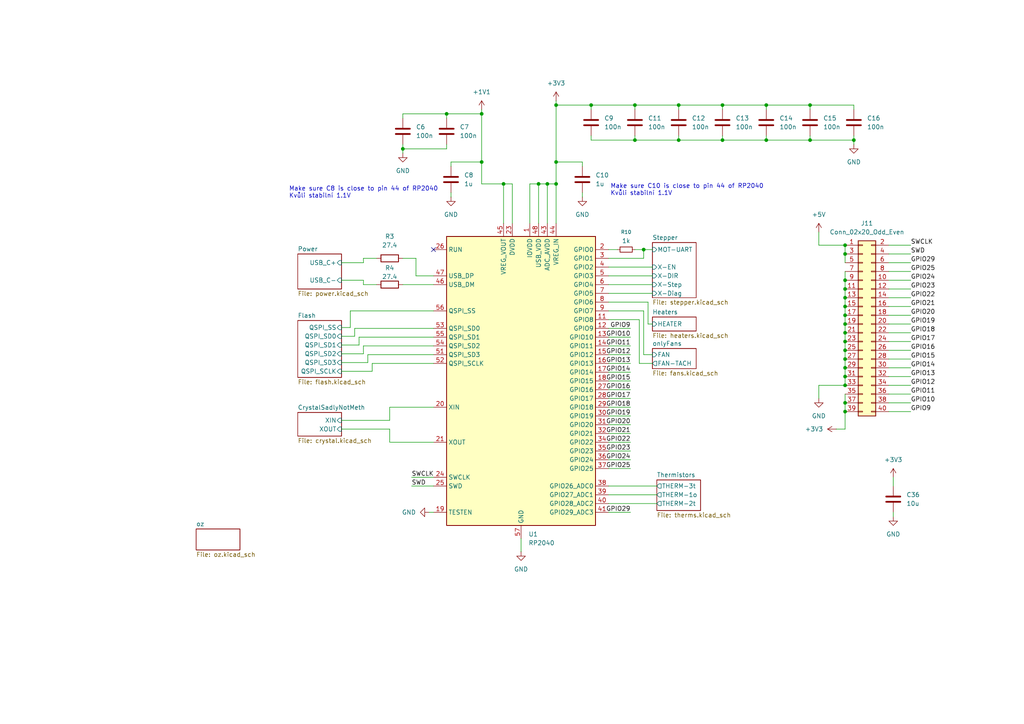
<source format=kicad_sch>
(kicad_sch
	(version 20250114)
	(generator "eeschema")
	(generator_version "9.0")
	(uuid "86743b6b-fa0b-493b-8636-78970be18fa3")
	(paper "A4")
	(lib_symbols
		(symbol "Connector_Generic:Conn_02x20_Odd_Even"
			(pin_names
				(offset 1.016)
				(hide yes)
			)
			(exclude_from_sim no)
			(in_bom yes)
			(on_board yes)
			(property "Reference" "J"
				(at 1.27 25.4 0)
				(effects
					(font
						(size 1.27 1.27)
					)
				)
			)
			(property "Value" "Conn_02x20_Odd_Even"
				(at 1.27 -27.94 0)
				(effects
					(font
						(size 1.27 1.27)
					)
				)
			)
			(property "Footprint" ""
				(at 0 0 0)
				(effects
					(font
						(size 1.27 1.27)
					)
					(hide yes)
				)
			)
			(property "Datasheet" "~"
				(at 0 0 0)
				(effects
					(font
						(size 1.27 1.27)
					)
					(hide yes)
				)
			)
			(property "Description" "Generic connector, double row, 02x20, odd/even pin numbering scheme (row 1 odd numbers, row 2 even numbers), script generated (kicad-library-utils/schlib/autogen/connector/)"
				(at 0 0 0)
				(effects
					(font
						(size 1.27 1.27)
					)
					(hide yes)
				)
			)
			(property "ki_keywords" "connector"
				(at 0 0 0)
				(effects
					(font
						(size 1.27 1.27)
					)
					(hide yes)
				)
			)
			(property "ki_fp_filters" "Connector*:*_2x??_*"
				(at 0 0 0)
				(effects
					(font
						(size 1.27 1.27)
					)
					(hide yes)
				)
			)
			(symbol "Conn_02x20_Odd_Even_1_1"
				(rectangle
					(start -1.27 24.13)
					(end 3.81 -26.67)
					(stroke
						(width 0.254)
						(type default)
					)
					(fill
						(type background)
					)
				)
				(rectangle
					(start -1.27 22.987)
					(end 0 22.733)
					(stroke
						(width 0.1524)
						(type default)
					)
					(fill
						(type none)
					)
				)
				(rectangle
					(start -1.27 20.447)
					(end 0 20.193)
					(stroke
						(width 0.1524)
						(type default)
					)
					(fill
						(type none)
					)
				)
				(rectangle
					(start -1.27 17.907)
					(end 0 17.653)
					(stroke
						(width 0.1524)
						(type default)
					)
					(fill
						(type none)
					)
				)
				(rectangle
					(start -1.27 15.367)
					(end 0 15.113)
					(stroke
						(width 0.1524)
						(type default)
					)
					(fill
						(type none)
					)
				)
				(rectangle
					(start -1.27 12.827)
					(end 0 12.573)
					(stroke
						(width 0.1524)
						(type default)
					)
					(fill
						(type none)
					)
				)
				(rectangle
					(start -1.27 10.287)
					(end 0 10.033)
					(stroke
						(width 0.1524)
						(type default)
					)
					(fill
						(type none)
					)
				)
				(rectangle
					(start -1.27 7.747)
					(end 0 7.493)
					(stroke
						(width 0.1524)
						(type default)
					)
					(fill
						(type none)
					)
				)
				(rectangle
					(start -1.27 5.207)
					(end 0 4.953)
					(stroke
						(width 0.1524)
						(type default)
					)
					(fill
						(type none)
					)
				)
				(rectangle
					(start -1.27 2.667)
					(end 0 2.413)
					(stroke
						(width 0.1524)
						(type default)
					)
					(fill
						(type none)
					)
				)
				(rectangle
					(start -1.27 0.127)
					(end 0 -0.127)
					(stroke
						(width 0.1524)
						(type default)
					)
					(fill
						(type none)
					)
				)
				(rectangle
					(start -1.27 -2.413)
					(end 0 -2.667)
					(stroke
						(width 0.1524)
						(type default)
					)
					(fill
						(type none)
					)
				)
				(rectangle
					(start -1.27 -4.953)
					(end 0 -5.207)
					(stroke
						(width 0.1524)
						(type default)
					)
					(fill
						(type none)
					)
				)
				(rectangle
					(start -1.27 -7.493)
					(end 0 -7.747)
					(stroke
						(width 0.1524)
						(type default)
					)
					(fill
						(type none)
					)
				)
				(rectangle
					(start -1.27 -10.033)
					(end 0 -10.287)
					(stroke
						(width 0.1524)
						(type default)
					)
					(fill
						(type none)
					)
				)
				(rectangle
					(start -1.27 -12.573)
					(end 0 -12.827)
					(stroke
						(width 0.1524)
						(type default)
					)
					(fill
						(type none)
					)
				)
				(rectangle
					(start -1.27 -15.113)
					(end 0 -15.367)
					(stroke
						(width 0.1524)
						(type default)
					)
					(fill
						(type none)
					)
				)
				(rectangle
					(start -1.27 -17.653)
					(end 0 -17.907)
					(stroke
						(width 0.1524)
						(type default)
					)
					(fill
						(type none)
					)
				)
				(rectangle
					(start -1.27 -20.193)
					(end 0 -20.447)
					(stroke
						(width 0.1524)
						(type default)
					)
					(fill
						(type none)
					)
				)
				(rectangle
					(start -1.27 -22.733)
					(end 0 -22.987)
					(stroke
						(width 0.1524)
						(type default)
					)
					(fill
						(type none)
					)
				)
				(rectangle
					(start -1.27 -25.273)
					(end 0 -25.527)
					(stroke
						(width 0.1524)
						(type default)
					)
					(fill
						(type none)
					)
				)
				(rectangle
					(start 3.81 22.987)
					(end 2.54 22.733)
					(stroke
						(width 0.1524)
						(type default)
					)
					(fill
						(type none)
					)
				)
				(rectangle
					(start 3.81 20.447)
					(end 2.54 20.193)
					(stroke
						(width 0.1524)
						(type default)
					)
					(fill
						(type none)
					)
				)
				(rectangle
					(start 3.81 17.907)
					(end 2.54 17.653)
					(stroke
						(width 0.1524)
						(type default)
					)
					(fill
						(type none)
					)
				)
				(rectangle
					(start 3.81 15.367)
					(end 2.54 15.113)
					(stroke
						(width 0.1524)
						(type default)
					)
					(fill
						(type none)
					)
				)
				(rectangle
					(start 3.81 12.827)
					(end 2.54 12.573)
					(stroke
						(width 0.1524)
						(type default)
					)
					(fill
						(type none)
					)
				)
				(rectangle
					(start 3.81 10.287)
					(end 2.54 10.033)
					(stroke
						(width 0.1524)
						(type default)
					)
					(fill
						(type none)
					)
				)
				(rectangle
					(start 3.81 7.747)
					(end 2.54 7.493)
					(stroke
						(width 0.1524)
						(type default)
					)
					(fill
						(type none)
					)
				)
				(rectangle
					(start 3.81 5.207)
					(end 2.54 4.953)
					(stroke
						(width 0.1524)
						(type default)
					)
					(fill
						(type none)
					)
				)
				(rectangle
					(start 3.81 2.667)
					(end 2.54 2.413)
					(stroke
						(width 0.1524)
						(type default)
					)
					(fill
						(type none)
					)
				)
				(rectangle
					(start 3.81 0.127)
					(end 2.54 -0.127)
					(stroke
						(width 0.1524)
						(type default)
					)
					(fill
						(type none)
					)
				)
				(rectangle
					(start 3.81 -2.413)
					(end 2.54 -2.667)
					(stroke
						(width 0.1524)
						(type default)
					)
					(fill
						(type none)
					)
				)
				(rectangle
					(start 3.81 -4.953)
					(end 2.54 -5.207)
					(stroke
						(width 0.1524)
						(type default)
					)
					(fill
						(type none)
					)
				)
				(rectangle
					(start 3.81 -7.493)
					(end 2.54 -7.747)
					(stroke
						(width 0.1524)
						(type default)
					)
					(fill
						(type none)
					)
				)
				(rectangle
					(start 3.81 -10.033)
					(end 2.54 -10.287)
					(stroke
						(width 0.1524)
						(type default)
					)
					(fill
						(type none)
					)
				)
				(rectangle
					(start 3.81 -12.573)
					(end 2.54 -12.827)
					(stroke
						(width 0.1524)
						(type default)
					)
					(fill
						(type none)
					)
				)
				(rectangle
					(start 3.81 -15.113)
					(end 2.54 -15.367)
					(stroke
						(width 0.1524)
						(type default)
					)
					(fill
						(type none)
					)
				)
				(rectangle
					(start 3.81 -17.653)
					(end 2.54 -17.907)
					(stroke
						(width 0.1524)
						(type default)
					)
					(fill
						(type none)
					)
				)
				(rectangle
					(start 3.81 -20.193)
					(end 2.54 -20.447)
					(stroke
						(width 0.1524)
						(type default)
					)
					(fill
						(type none)
					)
				)
				(rectangle
					(start 3.81 -22.733)
					(end 2.54 -22.987)
					(stroke
						(width 0.1524)
						(type default)
					)
					(fill
						(type none)
					)
				)
				(rectangle
					(start 3.81 -25.273)
					(end 2.54 -25.527)
					(stroke
						(width 0.1524)
						(type default)
					)
					(fill
						(type none)
					)
				)
				(pin passive line
					(at -5.08 22.86 0)
					(length 3.81)
					(name "Pin_1"
						(effects
							(font
								(size 1.27 1.27)
							)
						)
					)
					(number "1"
						(effects
							(font
								(size 1.27 1.27)
							)
						)
					)
				)
				(pin passive line
					(at -5.08 20.32 0)
					(length 3.81)
					(name "Pin_3"
						(effects
							(font
								(size 1.27 1.27)
							)
						)
					)
					(number "3"
						(effects
							(font
								(size 1.27 1.27)
							)
						)
					)
				)
				(pin passive line
					(at -5.08 17.78 0)
					(length 3.81)
					(name "Pin_5"
						(effects
							(font
								(size 1.27 1.27)
							)
						)
					)
					(number "5"
						(effects
							(font
								(size 1.27 1.27)
							)
						)
					)
				)
				(pin passive line
					(at -5.08 15.24 0)
					(length 3.81)
					(name "Pin_7"
						(effects
							(font
								(size 1.27 1.27)
							)
						)
					)
					(number "7"
						(effects
							(font
								(size 1.27 1.27)
							)
						)
					)
				)
				(pin passive line
					(at -5.08 12.7 0)
					(length 3.81)
					(name "Pin_9"
						(effects
							(font
								(size 1.27 1.27)
							)
						)
					)
					(number "9"
						(effects
							(font
								(size 1.27 1.27)
							)
						)
					)
				)
				(pin passive line
					(at -5.08 10.16 0)
					(length 3.81)
					(name "Pin_11"
						(effects
							(font
								(size 1.27 1.27)
							)
						)
					)
					(number "11"
						(effects
							(font
								(size 1.27 1.27)
							)
						)
					)
				)
				(pin passive line
					(at -5.08 7.62 0)
					(length 3.81)
					(name "Pin_13"
						(effects
							(font
								(size 1.27 1.27)
							)
						)
					)
					(number "13"
						(effects
							(font
								(size 1.27 1.27)
							)
						)
					)
				)
				(pin passive line
					(at -5.08 5.08 0)
					(length 3.81)
					(name "Pin_15"
						(effects
							(font
								(size 1.27 1.27)
							)
						)
					)
					(number "15"
						(effects
							(font
								(size 1.27 1.27)
							)
						)
					)
				)
				(pin passive line
					(at -5.08 2.54 0)
					(length 3.81)
					(name "Pin_17"
						(effects
							(font
								(size 1.27 1.27)
							)
						)
					)
					(number "17"
						(effects
							(font
								(size 1.27 1.27)
							)
						)
					)
				)
				(pin passive line
					(at -5.08 0 0)
					(length 3.81)
					(name "Pin_19"
						(effects
							(font
								(size 1.27 1.27)
							)
						)
					)
					(number "19"
						(effects
							(font
								(size 1.27 1.27)
							)
						)
					)
				)
				(pin passive line
					(at -5.08 -2.54 0)
					(length 3.81)
					(name "Pin_21"
						(effects
							(font
								(size 1.27 1.27)
							)
						)
					)
					(number "21"
						(effects
							(font
								(size 1.27 1.27)
							)
						)
					)
				)
				(pin passive line
					(at -5.08 -5.08 0)
					(length 3.81)
					(name "Pin_23"
						(effects
							(font
								(size 1.27 1.27)
							)
						)
					)
					(number "23"
						(effects
							(font
								(size 1.27 1.27)
							)
						)
					)
				)
				(pin passive line
					(at -5.08 -7.62 0)
					(length 3.81)
					(name "Pin_25"
						(effects
							(font
								(size 1.27 1.27)
							)
						)
					)
					(number "25"
						(effects
							(font
								(size 1.27 1.27)
							)
						)
					)
				)
				(pin passive line
					(at -5.08 -10.16 0)
					(length 3.81)
					(name "Pin_27"
						(effects
							(font
								(size 1.27 1.27)
							)
						)
					)
					(number "27"
						(effects
							(font
								(size 1.27 1.27)
							)
						)
					)
				)
				(pin passive line
					(at -5.08 -12.7 0)
					(length 3.81)
					(name "Pin_29"
						(effects
							(font
								(size 1.27 1.27)
							)
						)
					)
					(number "29"
						(effects
							(font
								(size 1.27 1.27)
							)
						)
					)
				)
				(pin passive line
					(at -5.08 -15.24 0)
					(length 3.81)
					(name "Pin_31"
						(effects
							(font
								(size 1.27 1.27)
							)
						)
					)
					(number "31"
						(effects
							(font
								(size 1.27 1.27)
							)
						)
					)
				)
				(pin passive line
					(at -5.08 -17.78 0)
					(length 3.81)
					(name "Pin_33"
						(effects
							(font
								(size 1.27 1.27)
							)
						)
					)
					(number "33"
						(effects
							(font
								(size 1.27 1.27)
							)
						)
					)
				)
				(pin passive line
					(at -5.08 -20.32 0)
					(length 3.81)
					(name "Pin_35"
						(effects
							(font
								(size 1.27 1.27)
							)
						)
					)
					(number "35"
						(effects
							(font
								(size 1.27 1.27)
							)
						)
					)
				)
				(pin passive line
					(at -5.08 -22.86 0)
					(length 3.81)
					(name "Pin_37"
						(effects
							(font
								(size 1.27 1.27)
							)
						)
					)
					(number "37"
						(effects
							(font
								(size 1.27 1.27)
							)
						)
					)
				)
				(pin passive line
					(at -5.08 -25.4 0)
					(length 3.81)
					(name "Pin_39"
						(effects
							(font
								(size 1.27 1.27)
							)
						)
					)
					(number "39"
						(effects
							(font
								(size 1.27 1.27)
							)
						)
					)
				)
				(pin passive line
					(at 7.62 22.86 180)
					(length 3.81)
					(name "Pin_2"
						(effects
							(font
								(size 1.27 1.27)
							)
						)
					)
					(number "2"
						(effects
							(font
								(size 1.27 1.27)
							)
						)
					)
				)
				(pin passive line
					(at 7.62 20.32 180)
					(length 3.81)
					(name "Pin_4"
						(effects
							(font
								(size 1.27 1.27)
							)
						)
					)
					(number "4"
						(effects
							(font
								(size 1.27 1.27)
							)
						)
					)
				)
				(pin passive line
					(at 7.62 17.78 180)
					(length 3.81)
					(name "Pin_6"
						(effects
							(font
								(size 1.27 1.27)
							)
						)
					)
					(number "6"
						(effects
							(font
								(size 1.27 1.27)
							)
						)
					)
				)
				(pin passive line
					(at 7.62 15.24 180)
					(length 3.81)
					(name "Pin_8"
						(effects
							(font
								(size 1.27 1.27)
							)
						)
					)
					(number "8"
						(effects
							(font
								(size 1.27 1.27)
							)
						)
					)
				)
				(pin passive line
					(at 7.62 12.7 180)
					(length 3.81)
					(name "Pin_10"
						(effects
							(font
								(size 1.27 1.27)
							)
						)
					)
					(number "10"
						(effects
							(font
								(size 1.27 1.27)
							)
						)
					)
				)
				(pin passive line
					(at 7.62 10.16 180)
					(length 3.81)
					(name "Pin_12"
						(effects
							(font
								(size 1.27 1.27)
							)
						)
					)
					(number "12"
						(effects
							(font
								(size 1.27 1.27)
							)
						)
					)
				)
				(pin passive line
					(at 7.62 7.62 180)
					(length 3.81)
					(name "Pin_14"
						(effects
							(font
								(size 1.27 1.27)
							)
						)
					)
					(number "14"
						(effects
							(font
								(size 1.27 1.27)
							)
						)
					)
				)
				(pin passive line
					(at 7.62 5.08 180)
					(length 3.81)
					(name "Pin_16"
						(effects
							(font
								(size 1.27 1.27)
							)
						)
					)
					(number "16"
						(effects
							(font
								(size 1.27 1.27)
							)
						)
					)
				)
				(pin passive line
					(at 7.62 2.54 180)
					(length 3.81)
					(name "Pin_18"
						(effects
							(font
								(size 1.27 1.27)
							)
						)
					)
					(number "18"
						(effects
							(font
								(size 1.27 1.27)
							)
						)
					)
				)
				(pin passive line
					(at 7.62 0 180)
					(length 3.81)
					(name "Pin_20"
						(effects
							(font
								(size 1.27 1.27)
							)
						)
					)
					(number "20"
						(effects
							(font
								(size 1.27 1.27)
							)
						)
					)
				)
				(pin passive line
					(at 7.62 -2.54 180)
					(length 3.81)
					(name "Pin_22"
						(effects
							(font
								(size 1.27 1.27)
							)
						)
					)
					(number "22"
						(effects
							(font
								(size 1.27 1.27)
							)
						)
					)
				)
				(pin passive line
					(at 7.62 -5.08 180)
					(length 3.81)
					(name "Pin_24"
						(effects
							(font
								(size 1.27 1.27)
							)
						)
					)
					(number "24"
						(effects
							(font
								(size 1.27 1.27)
							)
						)
					)
				)
				(pin passive line
					(at 7.62 -7.62 180)
					(length 3.81)
					(name "Pin_26"
						(effects
							(font
								(size 1.27 1.27)
							)
						)
					)
					(number "26"
						(effects
							(font
								(size 1.27 1.27)
							)
						)
					)
				)
				(pin passive line
					(at 7.62 -10.16 180)
					(length 3.81)
					(name "Pin_28"
						(effects
							(font
								(size 1.27 1.27)
							)
						)
					)
					(number "28"
						(effects
							(font
								(size 1.27 1.27)
							)
						)
					)
				)
				(pin passive line
					(at 7.62 -12.7 180)
					(length 3.81)
					(name "Pin_30"
						(effects
							(font
								(size 1.27 1.27)
							)
						)
					)
					(number "30"
						(effects
							(font
								(size 1.27 1.27)
							)
						)
					)
				)
				(pin passive line
					(at 7.62 -15.24 180)
					(length 3.81)
					(name "Pin_32"
						(effects
							(font
								(size 1.27 1.27)
							)
						)
					)
					(number "32"
						(effects
							(font
								(size 1.27 1.27)
							)
						)
					)
				)
				(pin passive line
					(at 7.62 -17.78 180)
					(length 3.81)
					(name "Pin_34"
						(effects
							(font
								(size 1.27 1.27)
							)
						)
					)
					(number "34"
						(effects
							(font
								(size 1.27 1.27)
							)
						)
					)
				)
				(pin passive line
					(at 7.62 -20.32 180)
					(length 3.81)
					(name "Pin_36"
						(effects
							(font
								(size 1.27 1.27)
							)
						)
					)
					(number "36"
						(effects
							(font
								(size 1.27 1.27)
							)
						)
					)
				)
				(pin passive line
					(at 7.62 -22.86 180)
					(length 3.81)
					(name "Pin_38"
						(effects
							(font
								(size 1.27 1.27)
							)
						)
					)
					(number "38"
						(effects
							(font
								(size 1.27 1.27)
							)
						)
					)
				)
				(pin passive line
					(at 7.62 -25.4 180)
					(length 3.81)
					(name "Pin_40"
						(effects
							(font
								(size 1.27 1.27)
							)
						)
					)
					(number "40"
						(effects
							(font
								(size 1.27 1.27)
							)
						)
					)
				)
			)
			(embedded_fonts no)
		)
		(symbol "Device:C"
			(pin_numbers
				(hide yes)
			)
			(pin_names
				(offset 0.254)
			)
			(exclude_from_sim no)
			(in_bom yes)
			(on_board yes)
			(property "Reference" "C"
				(at 0.635 2.54 0)
				(effects
					(font
						(size 1.27 1.27)
					)
					(justify left)
				)
			)
			(property "Value" "C"
				(at 0.635 -2.54 0)
				(effects
					(font
						(size 1.27 1.27)
					)
					(justify left)
				)
			)
			(property "Footprint" ""
				(at 0.9652 -3.81 0)
				(effects
					(font
						(size 1.27 1.27)
					)
					(hide yes)
				)
			)
			(property "Datasheet" "~"
				(at 0 0 0)
				(effects
					(font
						(size 1.27 1.27)
					)
					(hide yes)
				)
			)
			(property "Description" "Unpolarized capacitor"
				(at 0 0 0)
				(effects
					(font
						(size 1.27 1.27)
					)
					(hide yes)
				)
			)
			(property "ki_keywords" "cap capacitor"
				(at 0 0 0)
				(effects
					(font
						(size 1.27 1.27)
					)
					(hide yes)
				)
			)
			(property "ki_fp_filters" "C_*"
				(at 0 0 0)
				(effects
					(font
						(size 1.27 1.27)
					)
					(hide yes)
				)
			)
			(symbol "C_0_1"
				(polyline
					(pts
						(xy -2.032 0.762) (xy 2.032 0.762)
					)
					(stroke
						(width 0.508)
						(type default)
					)
					(fill
						(type none)
					)
				)
				(polyline
					(pts
						(xy -2.032 -0.762) (xy 2.032 -0.762)
					)
					(stroke
						(width 0.508)
						(type default)
					)
					(fill
						(type none)
					)
				)
			)
			(symbol "C_1_1"
				(pin passive line
					(at 0 3.81 270)
					(length 2.794)
					(name "~"
						(effects
							(font
								(size 1.27 1.27)
							)
						)
					)
					(number "1"
						(effects
							(font
								(size 1.27 1.27)
							)
						)
					)
				)
				(pin passive line
					(at 0 -3.81 90)
					(length 2.794)
					(name "~"
						(effects
							(font
								(size 1.27 1.27)
							)
						)
					)
					(number "2"
						(effects
							(font
								(size 1.27 1.27)
							)
						)
					)
				)
			)
			(embedded_fonts no)
		)
		(symbol "Device:R"
			(pin_numbers
				(hide yes)
			)
			(pin_names
				(offset 0)
			)
			(exclude_from_sim no)
			(in_bom yes)
			(on_board yes)
			(property "Reference" "R"
				(at 2.032 0 90)
				(effects
					(font
						(size 1.27 1.27)
					)
				)
			)
			(property "Value" "R"
				(at 0 0 90)
				(effects
					(font
						(size 1.27 1.27)
					)
				)
			)
			(property "Footprint" ""
				(at -1.778 0 90)
				(effects
					(font
						(size 1.27 1.27)
					)
					(hide yes)
				)
			)
			(property "Datasheet" "~"
				(at 0 0 0)
				(effects
					(font
						(size 1.27 1.27)
					)
					(hide yes)
				)
			)
			(property "Description" "Resistor"
				(at 0 0 0)
				(effects
					(font
						(size 1.27 1.27)
					)
					(hide yes)
				)
			)
			(property "ki_keywords" "R res resistor"
				(at 0 0 0)
				(effects
					(font
						(size 1.27 1.27)
					)
					(hide yes)
				)
			)
			(property "ki_fp_filters" "R_*"
				(at 0 0 0)
				(effects
					(font
						(size 1.27 1.27)
					)
					(hide yes)
				)
			)
			(symbol "R_0_1"
				(rectangle
					(start -1.016 -2.54)
					(end 1.016 2.54)
					(stroke
						(width 0.254)
						(type default)
					)
					(fill
						(type none)
					)
				)
			)
			(symbol "R_1_1"
				(pin passive line
					(at 0 3.81 270)
					(length 1.27)
					(name "~"
						(effects
							(font
								(size 1.27 1.27)
							)
						)
					)
					(number "1"
						(effects
							(font
								(size 1.27 1.27)
							)
						)
					)
				)
				(pin passive line
					(at 0 -3.81 90)
					(length 1.27)
					(name "~"
						(effects
							(font
								(size 1.27 1.27)
							)
						)
					)
					(number "2"
						(effects
							(font
								(size 1.27 1.27)
							)
						)
					)
				)
			)
			(embedded_fonts no)
		)
		(symbol "Device:R_Small"
			(pin_numbers
				(hide yes)
			)
			(pin_names
				(offset 0.254)
				(hide yes)
			)
			(exclude_from_sim no)
			(in_bom yes)
			(on_board yes)
			(property "Reference" "R"
				(at 0 0 90)
				(effects
					(font
						(size 1.016 1.016)
					)
				)
			)
			(property "Value" "R_Small"
				(at 1.778 0 90)
				(effects
					(font
						(size 1.27 1.27)
					)
				)
			)
			(property "Footprint" ""
				(at 0 0 0)
				(effects
					(font
						(size 1.27 1.27)
					)
					(hide yes)
				)
			)
			(property "Datasheet" "~"
				(at 0 0 0)
				(effects
					(font
						(size 1.27 1.27)
					)
					(hide yes)
				)
			)
			(property "Description" "Resistor, small symbol"
				(at 0 0 0)
				(effects
					(font
						(size 1.27 1.27)
					)
					(hide yes)
				)
			)
			(property "ki_keywords" "R resistor"
				(at 0 0 0)
				(effects
					(font
						(size 1.27 1.27)
					)
					(hide yes)
				)
			)
			(property "ki_fp_filters" "R_*"
				(at 0 0 0)
				(effects
					(font
						(size 1.27 1.27)
					)
					(hide yes)
				)
			)
			(symbol "R_Small_0_1"
				(rectangle
					(start -0.762 1.778)
					(end 0.762 -1.778)
					(stroke
						(width 0.2032)
						(type default)
					)
					(fill
						(type none)
					)
				)
			)
			(symbol "R_Small_1_1"
				(pin passive line
					(at 0 2.54 270)
					(length 0.762)
					(name "~"
						(effects
							(font
								(size 1.27 1.27)
							)
						)
					)
					(number "1"
						(effects
							(font
								(size 1.27 1.27)
							)
						)
					)
				)
				(pin passive line
					(at 0 -2.54 90)
					(length 0.762)
					(name "~"
						(effects
							(font
								(size 1.27 1.27)
							)
						)
					)
					(number "2"
						(effects
							(font
								(size 1.27 1.27)
							)
						)
					)
				)
			)
			(embedded_fonts no)
		)
		(symbol "MCU_RaspberryPi:RP2040"
			(exclude_from_sim no)
			(in_bom yes)
			(on_board yes)
			(property "Reference" "U"
				(at 17.78 45.72 0)
				(effects
					(font
						(size 1.27 1.27)
					)
				)
			)
			(property "Value" "RP2040"
				(at 17.78 43.18 0)
				(effects
					(font
						(size 1.27 1.27)
					)
				)
			)
			(property "Footprint" "Package_DFN_QFN:QFN-56-1EP_7x7mm_P0.4mm_EP3.2x3.2mm"
				(at 0 0 0)
				(effects
					(font
						(size 1.27 1.27)
					)
					(hide yes)
				)
			)
			(property "Datasheet" "https://datasheets.raspberrypi.com/rp2040/rp2040-datasheet.pdf"
				(at 0 0 0)
				(effects
					(font
						(size 1.27 1.27)
					)
					(hide yes)
				)
			)
			(property "Description" "A microcontroller by Raspberry Pi"
				(at 0 0 0)
				(effects
					(font
						(size 1.27 1.27)
					)
					(hide yes)
				)
			)
			(property "ki_keywords" "RP2040 ARM Cortex-M0+ USB"
				(at 0 0 0)
				(effects
					(font
						(size 1.27 1.27)
					)
					(hide yes)
				)
			)
			(property "ki_fp_filters" "QFN*1EP*7x7mm?P0.4mm*"
				(at 0 0 0)
				(effects
					(font
						(size 1.27 1.27)
					)
					(hide yes)
				)
			)
			(symbol "RP2040_0_1"
				(rectangle
					(start -21.59 41.91)
					(end 21.59 -41.91)
					(stroke
						(width 0.254)
						(type default)
					)
					(fill
						(type background)
					)
				)
			)
			(symbol "RP2040_1_1"
				(pin input line
					(at -25.4 38.1 0)
					(length 3.81)
					(name "RUN"
						(effects
							(font
								(size 1.27 1.27)
							)
						)
					)
					(number "26"
						(effects
							(font
								(size 1.27 1.27)
							)
						)
					)
				)
				(pin bidirectional line
					(at -25.4 30.48 0)
					(length 3.81)
					(name "USB_DP"
						(effects
							(font
								(size 1.27 1.27)
							)
						)
					)
					(number "47"
						(effects
							(font
								(size 1.27 1.27)
							)
						)
					)
				)
				(pin bidirectional line
					(at -25.4 27.94 0)
					(length 3.81)
					(name "USB_DM"
						(effects
							(font
								(size 1.27 1.27)
							)
						)
					)
					(number "46"
						(effects
							(font
								(size 1.27 1.27)
							)
						)
					)
				)
				(pin bidirectional line
					(at -25.4 20.32 0)
					(length 3.81)
					(name "QSPI_SS"
						(effects
							(font
								(size 1.27 1.27)
							)
						)
					)
					(number "56"
						(effects
							(font
								(size 1.27 1.27)
							)
						)
					)
				)
				(pin bidirectional line
					(at -25.4 15.24 0)
					(length 3.81)
					(name "QSPI_SD0"
						(effects
							(font
								(size 1.27 1.27)
							)
						)
					)
					(number "53"
						(effects
							(font
								(size 1.27 1.27)
							)
						)
					)
				)
				(pin bidirectional line
					(at -25.4 12.7 0)
					(length 3.81)
					(name "QSPI_SD1"
						(effects
							(font
								(size 1.27 1.27)
							)
						)
					)
					(number "55"
						(effects
							(font
								(size 1.27 1.27)
							)
						)
					)
				)
				(pin bidirectional line
					(at -25.4 10.16 0)
					(length 3.81)
					(name "QSPI_SD2"
						(effects
							(font
								(size 1.27 1.27)
							)
						)
					)
					(number "54"
						(effects
							(font
								(size 1.27 1.27)
							)
						)
					)
				)
				(pin bidirectional line
					(at -25.4 7.62 0)
					(length 3.81)
					(name "QSPI_SD3"
						(effects
							(font
								(size 1.27 1.27)
							)
						)
					)
					(number "51"
						(effects
							(font
								(size 1.27 1.27)
							)
						)
					)
				)
				(pin output line
					(at -25.4 5.08 0)
					(length 3.81)
					(name "QSPI_SCLK"
						(effects
							(font
								(size 1.27 1.27)
							)
						)
					)
					(number "52"
						(effects
							(font
								(size 1.27 1.27)
							)
						)
					)
				)
				(pin input line
					(at -25.4 -7.62 0)
					(length 3.81)
					(name "XIN"
						(effects
							(font
								(size 1.27 1.27)
							)
						)
					)
					(number "20"
						(effects
							(font
								(size 1.27 1.27)
							)
						)
					)
				)
				(pin passive line
					(at -25.4 -17.78 0)
					(length 3.81)
					(name "XOUT"
						(effects
							(font
								(size 1.27 1.27)
							)
						)
					)
					(number "21"
						(effects
							(font
								(size 1.27 1.27)
							)
						)
					)
				)
				(pin input line
					(at -25.4 -27.94 0)
					(length 3.81)
					(name "SWCLK"
						(effects
							(font
								(size 1.27 1.27)
							)
						)
					)
					(number "24"
						(effects
							(font
								(size 1.27 1.27)
							)
						)
					)
				)
				(pin bidirectional line
					(at -25.4 -30.48 0)
					(length 3.81)
					(name "SWD"
						(effects
							(font
								(size 1.27 1.27)
							)
						)
					)
					(number "25"
						(effects
							(font
								(size 1.27 1.27)
							)
						)
					)
				)
				(pin input line
					(at -25.4 -38.1 0)
					(length 3.81)
					(name "TESTEN"
						(effects
							(font
								(size 1.27 1.27)
							)
						)
					)
					(number "19"
						(effects
							(font
								(size 1.27 1.27)
							)
						)
					)
				)
				(pin power_out line
					(at -5.08 45.72 270)
					(length 3.81)
					(name "VREG_VOUT"
						(effects
							(font
								(size 1.27 1.27)
							)
						)
					)
					(number "45"
						(effects
							(font
								(size 1.27 1.27)
							)
						)
					)
				)
				(pin power_in line
					(at -2.54 45.72 270)
					(length 3.81)
					(name "DVDD"
						(effects
							(font
								(size 1.27 1.27)
							)
						)
					)
					(number "23"
						(effects
							(font
								(size 1.27 1.27)
							)
						)
					)
				)
				(pin passive line
					(at -2.54 45.72 270)
					(length 3.81)
					(hide yes)
					(name "DVDD"
						(effects
							(font
								(size 1.27 1.27)
							)
						)
					)
					(number "50"
						(effects
							(font
								(size 1.27 1.27)
							)
						)
					)
				)
				(pin power_in line
					(at 0 -45.72 90)
					(length 3.81)
					(name "GND"
						(effects
							(font
								(size 1.27 1.27)
							)
						)
					)
					(number "57"
						(effects
							(font
								(size 1.27 1.27)
							)
						)
					)
				)
				(pin power_in line
					(at 2.54 45.72 270)
					(length 3.81)
					(name "IOVDD"
						(effects
							(font
								(size 1.27 1.27)
							)
						)
					)
					(number "1"
						(effects
							(font
								(size 1.27 1.27)
							)
						)
					)
				)
				(pin passive line
					(at 2.54 45.72 270)
					(length 3.81)
					(hide yes)
					(name "IOVDD"
						(effects
							(font
								(size 1.27 1.27)
							)
						)
					)
					(number "10"
						(effects
							(font
								(size 1.27 1.27)
							)
						)
					)
				)
				(pin passive line
					(at 2.54 45.72 270)
					(length 3.81)
					(hide yes)
					(name "IOVDD"
						(effects
							(font
								(size 1.27 1.27)
							)
						)
					)
					(number "22"
						(effects
							(font
								(size 1.27 1.27)
							)
						)
					)
				)
				(pin passive line
					(at 2.54 45.72 270)
					(length 3.81)
					(hide yes)
					(name "IOVDD"
						(effects
							(font
								(size 1.27 1.27)
							)
						)
					)
					(number "33"
						(effects
							(font
								(size 1.27 1.27)
							)
						)
					)
				)
				(pin passive line
					(at 2.54 45.72 270)
					(length 3.81)
					(hide yes)
					(name "IOVDD"
						(effects
							(font
								(size 1.27 1.27)
							)
						)
					)
					(number "42"
						(effects
							(font
								(size 1.27 1.27)
							)
						)
					)
				)
				(pin passive line
					(at 2.54 45.72 270)
					(length 3.81)
					(hide yes)
					(name "IOVDD"
						(effects
							(font
								(size 1.27 1.27)
							)
						)
					)
					(number "49"
						(effects
							(font
								(size 1.27 1.27)
							)
						)
					)
				)
				(pin power_in line
					(at 5.08 45.72 270)
					(length 3.81)
					(name "USB_VDD"
						(effects
							(font
								(size 1.27 1.27)
							)
						)
					)
					(number "48"
						(effects
							(font
								(size 1.27 1.27)
							)
						)
					)
				)
				(pin power_in line
					(at 7.62 45.72 270)
					(length 3.81)
					(name "ADC_AVDD"
						(effects
							(font
								(size 1.27 1.27)
							)
						)
					)
					(number "43"
						(effects
							(font
								(size 1.27 1.27)
							)
						)
					)
				)
				(pin power_in line
					(at 10.16 45.72 270)
					(length 3.81)
					(name "VREG_IN"
						(effects
							(font
								(size 1.27 1.27)
							)
						)
					)
					(number "44"
						(effects
							(font
								(size 1.27 1.27)
							)
						)
					)
				)
				(pin bidirectional line
					(at 25.4 38.1 180)
					(length 3.81)
					(name "GPIO0"
						(effects
							(font
								(size 1.27 1.27)
							)
						)
					)
					(number "2"
						(effects
							(font
								(size 1.27 1.27)
							)
						)
					)
				)
				(pin bidirectional line
					(at 25.4 35.56 180)
					(length 3.81)
					(name "GPIO1"
						(effects
							(font
								(size 1.27 1.27)
							)
						)
					)
					(number "3"
						(effects
							(font
								(size 1.27 1.27)
							)
						)
					)
				)
				(pin bidirectional line
					(at 25.4 33.02 180)
					(length 3.81)
					(name "GPIO2"
						(effects
							(font
								(size 1.27 1.27)
							)
						)
					)
					(number "4"
						(effects
							(font
								(size 1.27 1.27)
							)
						)
					)
				)
				(pin bidirectional line
					(at 25.4 30.48 180)
					(length 3.81)
					(name "GPIO3"
						(effects
							(font
								(size 1.27 1.27)
							)
						)
					)
					(number "5"
						(effects
							(font
								(size 1.27 1.27)
							)
						)
					)
				)
				(pin bidirectional line
					(at 25.4 27.94 180)
					(length 3.81)
					(name "GPIO4"
						(effects
							(font
								(size 1.27 1.27)
							)
						)
					)
					(number "6"
						(effects
							(font
								(size 1.27 1.27)
							)
						)
					)
				)
				(pin bidirectional line
					(at 25.4 25.4 180)
					(length 3.81)
					(name "GPIO5"
						(effects
							(font
								(size 1.27 1.27)
							)
						)
					)
					(number "7"
						(effects
							(font
								(size 1.27 1.27)
							)
						)
					)
				)
				(pin bidirectional line
					(at 25.4 22.86 180)
					(length 3.81)
					(name "GPIO6"
						(effects
							(font
								(size 1.27 1.27)
							)
						)
					)
					(number "8"
						(effects
							(font
								(size 1.27 1.27)
							)
						)
					)
				)
				(pin bidirectional line
					(at 25.4 20.32 180)
					(length 3.81)
					(name "GPIO7"
						(effects
							(font
								(size 1.27 1.27)
							)
						)
					)
					(number "9"
						(effects
							(font
								(size 1.27 1.27)
							)
						)
					)
				)
				(pin bidirectional line
					(at 25.4 17.78 180)
					(length 3.81)
					(name "GPIO8"
						(effects
							(font
								(size 1.27 1.27)
							)
						)
					)
					(number "11"
						(effects
							(font
								(size 1.27 1.27)
							)
						)
					)
				)
				(pin bidirectional line
					(at 25.4 15.24 180)
					(length 3.81)
					(name "GPIO9"
						(effects
							(font
								(size 1.27 1.27)
							)
						)
					)
					(number "12"
						(effects
							(font
								(size 1.27 1.27)
							)
						)
					)
				)
				(pin bidirectional line
					(at 25.4 12.7 180)
					(length 3.81)
					(name "GPIO10"
						(effects
							(font
								(size 1.27 1.27)
							)
						)
					)
					(number "13"
						(effects
							(font
								(size 1.27 1.27)
							)
						)
					)
				)
				(pin bidirectional line
					(at 25.4 10.16 180)
					(length 3.81)
					(name "GPIO11"
						(effects
							(font
								(size 1.27 1.27)
							)
						)
					)
					(number "14"
						(effects
							(font
								(size 1.27 1.27)
							)
						)
					)
				)
				(pin bidirectional line
					(at 25.4 7.62 180)
					(length 3.81)
					(name "GPIO12"
						(effects
							(font
								(size 1.27 1.27)
							)
						)
					)
					(number "15"
						(effects
							(font
								(size 1.27 1.27)
							)
						)
					)
				)
				(pin bidirectional line
					(at 25.4 5.08 180)
					(length 3.81)
					(name "GPIO13"
						(effects
							(font
								(size 1.27 1.27)
							)
						)
					)
					(number "16"
						(effects
							(font
								(size 1.27 1.27)
							)
						)
					)
				)
				(pin bidirectional line
					(at 25.4 2.54 180)
					(length 3.81)
					(name "GPIO14"
						(effects
							(font
								(size 1.27 1.27)
							)
						)
					)
					(number "17"
						(effects
							(font
								(size 1.27 1.27)
							)
						)
					)
				)
				(pin bidirectional line
					(at 25.4 0 180)
					(length 3.81)
					(name "GPIO15"
						(effects
							(font
								(size 1.27 1.27)
							)
						)
					)
					(number "18"
						(effects
							(font
								(size 1.27 1.27)
							)
						)
					)
				)
				(pin bidirectional line
					(at 25.4 -2.54 180)
					(length 3.81)
					(name "GPIO16"
						(effects
							(font
								(size 1.27 1.27)
							)
						)
					)
					(number "27"
						(effects
							(font
								(size 1.27 1.27)
							)
						)
					)
				)
				(pin bidirectional line
					(at 25.4 -5.08 180)
					(length 3.81)
					(name "GPIO17"
						(effects
							(font
								(size 1.27 1.27)
							)
						)
					)
					(number "28"
						(effects
							(font
								(size 1.27 1.27)
							)
						)
					)
				)
				(pin bidirectional line
					(at 25.4 -7.62 180)
					(length 3.81)
					(name "GPIO18"
						(effects
							(font
								(size 1.27 1.27)
							)
						)
					)
					(number "29"
						(effects
							(font
								(size 1.27 1.27)
							)
						)
					)
				)
				(pin bidirectional line
					(at 25.4 -10.16 180)
					(length 3.81)
					(name "GPIO19"
						(effects
							(font
								(size 1.27 1.27)
							)
						)
					)
					(number "30"
						(effects
							(font
								(size 1.27 1.27)
							)
						)
					)
				)
				(pin bidirectional line
					(at 25.4 -12.7 180)
					(length 3.81)
					(name "GPIO20"
						(effects
							(font
								(size 1.27 1.27)
							)
						)
					)
					(number "31"
						(effects
							(font
								(size 1.27 1.27)
							)
						)
					)
				)
				(pin bidirectional line
					(at 25.4 -15.24 180)
					(length 3.81)
					(name "GPIO21"
						(effects
							(font
								(size 1.27 1.27)
							)
						)
					)
					(number "32"
						(effects
							(font
								(size 1.27 1.27)
							)
						)
					)
				)
				(pin bidirectional line
					(at 25.4 -17.78 180)
					(length 3.81)
					(name "GPIO22"
						(effects
							(font
								(size 1.27 1.27)
							)
						)
					)
					(number "34"
						(effects
							(font
								(size 1.27 1.27)
							)
						)
					)
				)
				(pin bidirectional line
					(at 25.4 -20.32 180)
					(length 3.81)
					(name "GPIO23"
						(effects
							(font
								(size 1.27 1.27)
							)
						)
					)
					(number "35"
						(effects
							(font
								(size 1.27 1.27)
							)
						)
					)
				)
				(pin bidirectional line
					(at 25.4 -22.86 180)
					(length 3.81)
					(name "GPIO24"
						(effects
							(font
								(size 1.27 1.27)
							)
						)
					)
					(number "36"
						(effects
							(font
								(size 1.27 1.27)
							)
						)
					)
				)
				(pin bidirectional line
					(at 25.4 -25.4 180)
					(length 3.81)
					(name "GPIO25"
						(effects
							(font
								(size 1.27 1.27)
							)
						)
					)
					(number "37"
						(effects
							(font
								(size 1.27 1.27)
							)
						)
					)
				)
				(pin bidirectional line
					(at 25.4 -30.48 180)
					(length 3.81)
					(name "GPIO26_ADC0"
						(effects
							(font
								(size 1.27 1.27)
							)
						)
					)
					(number "38"
						(effects
							(font
								(size 1.27 1.27)
							)
						)
					)
				)
				(pin bidirectional line
					(at 25.4 -33.02 180)
					(length 3.81)
					(name "GPIO27_ADC1"
						(effects
							(font
								(size 1.27 1.27)
							)
						)
					)
					(number "39"
						(effects
							(font
								(size 1.27 1.27)
							)
						)
					)
				)
				(pin bidirectional line
					(at 25.4 -35.56 180)
					(length 3.81)
					(name "GPIO28_ADC2"
						(effects
							(font
								(size 1.27 1.27)
							)
						)
					)
					(number "40"
						(effects
							(font
								(size 1.27 1.27)
							)
						)
					)
				)
				(pin bidirectional line
					(at 25.4 -38.1 180)
					(length 3.81)
					(name "GPIO29_ADC3"
						(effects
							(font
								(size 1.27 1.27)
							)
						)
					)
					(number "41"
						(effects
							(font
								(size 1.27 1.27)
							)
						)
					)
				)
			)
			(embedded_fonts no)
		)
		(symbol "power:+1V1"
			(power)
			(pin_numbers
				(hide yes)
			)
			(pin_names
				(offset 0)
				(hide yes)
			)
			(exclude_from_sim no)
			(in_bom yes)
			(on_board yes)
			(property "Reference" "#PWR"
				(at 0 -3.81 0)
				(effects
					(font
						(size 1.27 1.27)
					)
					(hide yes)
				)
			)
			(property "Value" "+1V1"
				(at 0 3.556 0)
				(effects
					(font
						(size 1.27 1.27)
					)
				)
			)
			(property "Footprint" ""
				(at 0 0 0)
				(effects
					(font
						(size 1.27 1.27)
					)
					(hide yes)
				)
			)
			(property "Datasheet" ""
				(at 0 0 0)
				(effects
					(font
						(size 1.27 1.27)
					)
					(hide yes)
				)
			)
			(property "Description" "Power symbol creates a global label with name \"+1V1\""
				(at 0 0 0)
				(effects
					(font
						(size 1.27 1.27)
					)
					(hide yes)
				)
			)
			(property "ki_keywords" "global power"
				(at 0 0 0)
				(effects
					(font
						(size 1.27 1.27)
					)
					(hide yes)
				)
			)
			(symbol "+1V1_0_1"
				(polyline
					(pts
						(xy -0.762 1.27) (xy 0 2.54)
					)
					(stroke
						(width 0)
						(type default)
					)
					(fill
						(type none)
					)
				)
				(polyline
					(pts
						(xy 0 2.54) (xy 0.762 1.27)
					)
					(stroke
						(width 0)
						(type default)
					)
					(fill
						(type none)
					)
				)
				(polyline
					(pts
						(xy 0 0) (xy 0 2.54)
					)
					(stroke
						(width 0)
						(type default)
					)
					(fill
						(type none)
					)
				)
			)
			(symbol "+1V1_1_1"
				(pin power_in line
					(at 0 0 90)
					(length 0)
					(name "~"
						(effects
							(font
								(size 1.27 1.27)
							)
						)
					)
					(number "1"
						(effects
							(font
								(size 1.27 1.27)
							)
						)
					)
				)
			)
			(embedded_fonts no)
		)
		(symbol "power:+3V3"
			(power)
			(pin_numbers
				(hide yes)
			)
			(pin_names
				(offset 0)
				(hide yes)
			)
			(exclude_from_sim no)
			(in_bom yes)
			(on_board yes)
			(property "Reference" "#PWR"
				(at 0 -3.81 0)
				(effects
					(font
						(size 1.27 1.27)
					)
					(hide yes)
				)
			)
			(property "Value" "+3V3"
				(at 0 3.556 0)
				(effects
					(font
						(size 1.27 1.27)
					)
				)
			)
			(property "Footprint" ""
				(at 0 0 0)
				(effects
					(font
						(size 1.27 1.27)
					)
					(hide yes)
				)
			)
			(property "Datasheet" ""
				(at 0 0 0)
				(effects
					(font
						(size 1.27 1.27)
					)
					(hide yes)
				)
			)
			(property "Description" "Power symbol creates a global label with name \"+3V3\""
				(at 0 0 0)
				(effects
					(font
						(size 1.27 1.27)
					)
					(hide yes)
				)
			)
			(property "ki_keywords" "global power"
				(at 0 0 0)
				(effects
					(font
						(size 1.27 1.27)
					)
					(hide yes)
				)
			)
			(symbol "+3V3_0_1"
				(polyline
					(pts
						(xy -0.762 1.27) (xy 0 2.54)
					)
					(stroke
						(width 0)
						(type default)
					)
					(fill
						(type none)
					)
				)
				(polyline
					(pts
						(xy 0 2.54) (xy 0.762 1.27)
					)
					(stroke
						(width 0)
						(type default)
					)
					(fill
						(type none)
					)
				)
				(polyline
					(pts
						(xy 0 0) (xy 0 2.54)
					)
					(stroke
						(width 0)
						(type default)
					)
					(fill
						(type none)
					)
				)
			)
			(symbol "+3V3_1_1"
				(pin power_in line
					(at 0 0 90)
					(length 0)
					(name "~"
						(effects
							(font
								(size 1.27 1.27)
							)
						)
					)
					(number "1"
						(effects
							(font
								(size 1.27 1.27)
							)
						)
					)
				)
			)
			(embedded_fonts no)
		)
		(symbol "power:+5V"
			(power)
			(pin_numbers
				(hide yes)
			)
			(pin_names
				(offset 0)
				(hide yes)
			)
			(exclude_from_sim no)
			(in_bom yes)
			(on_board yes)
			(property "Reference" "#PWR"
				(at 0 -3.81 0)
				(effects
					(font
						(size 1.27 1.27)
					)
					(hide yes)
				)
			)
			(property "Value" "+5V"
				(at 0 3.556 0)
				(effects
					(font
						(size 1.27 1.27)
					)
				)
			)
			(property "Footprint" ""
				(at 0 0 0)
				(effects
					(font
						(size 1.27 1.27)
					)
					(hide yes)
				)
			)
			(property "Datasheet" ""
				(at 0 0 0)
				(effects
					(font
						(size 1.27 1.27)
					)
					(hide yes)
				)
			)
			(property "Description" "Power symbol creates a global label with name \"+5V\""
				(at 0 0 0)
				(effects
					(font
						(size 1.27 1.27)
					)
					(hide yes)
				)
			)
			(property "ki_keywords" "global power"
				(at 0 0 0)
				(effects
					(font
						(size 1.27 1.27)
					)
					(hide yes)
				)
			)
			(symbol "+5V_0_1"
				(polyline
					(pts
						(xy -0.762 1.27) (xy 0 2.54)
					)
					(stroke
						(width 0)
						(type default)
					)
					(fill
						(type none)
					)
				)
				(polyline
					(pts
						(xy 0 2.54) (xy 0.762 1.27)
					)
					(stroke
						(width 0)
						(type default)
					)
					(fill
						(type none)
					)
				)
				(polyline
					(pts
						(xy 0 0) (xy 0 2.54)
					)
					(stroke
						(width 0)
						(type default)
					)
					(fill
						(type none)
					)
				)
			)
			(symbol "+5V_1_1"
				(pin power_in line
					(at 0 0 90)
					(length 0)
					(name "~"
						(effects
							(font
								(size 1.27 1.27)
							)
						)
					)
					(number "1"
						(effects
							(font
								(size 1.27 1.27)
							)
						)
					)
				)
			)
			(embedded_fonts no)
		)
		(symbol "power:GND"
			(power)
			(pin_numbers
				(hide yes)
			)
			(pin_names
				(offset 0)
				(hide yes)
			)
			(exclude_from_sim no)
			(in_bom yes)
			(on_board yes)
			(property "Reference" "#PWR"
				(at 0 -6.35 0)
				(effects
					(font
						(size 1.27 1.27)
					)
					(hide yes)
				)
			)
			(property "Value" "GND"
				(at 0 -3.81 0)
				(effects
					(font
						(size 1.27 1.27)
					)
				)
			)
			(property "Footprint" ""
				(at 0 0 0)
				(effects
					(font
						(size 1.27 1.27)
					)
					(hide yes)
				)
			)
			(property "Datasheet" ""
				(at 0 0 0)
				(effects
					(font
						(size 1.27 1.27)
					)
					(hide yes)
				)
			)
			(property "Description" "Power symbol creates a global label with name \"GND\" , ground"
				(at 0 0 0)
				(effects
					(font
						(size 1.27 1.27)
					)
					(hide yes)
				)
			)
			(property "ki_keywords" "global power"
				(at 0 0 0)
				(effects
					(font
						(size 1.27 1.27)
					)
					(hide yes)
				)
			)
			(symbol "GND_0_1"
				(polyline
					(pts
						(xy 0 0) (xy 0 -1.27) (xy 1.27 -1.27) (xy 0 -2.54) (xy -1.27 -1.27) (xy 0 -1.27)
					)
					(stroke
						(width 0)
						(type default)
					)
					(fill
						(type none)
					)
				)
			)
			(symbol "GND_1_1"
				(pin power_in line
					(at 0 0 270)
					(length 0)
					(name "~"
						(effects
							(font
								(size 1.27 1.27)
							)
						)
					)
					(number "1"
						(effects
							(font
								(size 1.27 1.27)
							)
						)
					)
				)
			)
			(embedded_fonts no)
		)
	)
	(text "Make sure C10 is close to pin 44 of RP2040\nKvůli stabilní 1.1V\n"
		(exclude_from_sim no)
		(at 177.038 55.118 0)
		(effects
			(font
				(size 1.27 1.27)
			)
			(justify left)
		)
		(uuid "717f974e-587c-4bee-8d23-71833cdb8598")
	)
	(text "Make sure C8 is close to pin 44 of RP2040\nKvůli stabilní 1.1V\n"
		(exclude_from_sim no)
		(at 83.82 55.88 0)
		(effects
			(font
				(size 1.27 1.27)
			)
			(justify left)
		)
		(uuid "e3af1aa3-8540-4b99-b115-33da03c24164")
	)
	(junction
		(at 245.11 119.38)
		(diameter 0)
		(color 0 0 0 0)
		(uuid "021c68b8-6a1c-407f-822c-bea9cbb9864e")
	)
	(junction
		(at 139.7 46.99)
		(diameter 0)
		(color 0 0 0 0)
		(uuid "02e4c552-f7e7-4bb2-8d35-9248960ead21")
	)
	(junction
		(at 234.95 40.64)
		(diameter 0)
		(color 0 0 0 0)
		(uuid "072e8061-5f1f-4f0c-9fb3-9cbcfc5c3fba")
	)
	(junction
		(at 129.54 33.02)
		(diameter 0)
		(color 0 0 0 0)
		(uuid "0f6afff8-d596-41cf-916b-741d854626ce")
	)
	(junction
		(at 196.85 40.64)
		(diameter 0)
		(color 0 0 0 0)
		(uuid "0ff8ee69-0720-4737-a385-7a186c8dec94")
	)
	(junction
		(at 196.85 30.48)
		(diameter 0)
		(color 0 0 0 0)
		(uuid "1c7b0442-d3a7-4248-b92b-19421df989e5")
	)
	(junction
		(at 245.11 101.6)
		(diameter 0)
		(color 0 0 0 0)
		(uuid "25cd96c3-525a-4e92-8517-d7536809a697")
	)
	(junction
		(at 245.11 86.36)
		(diameter 0)
		(color 0 0 0 0)
		(uuid "25f039fd-bb99-4d1c-966e-86e5c5a96e49")
	)
	(junction
		(at 245.11 81.28)
		(diameter 0)
		(color 0 0 0 0)
		(uuid "274fc066-d9bd-40f1-bfaa-8ae0a8172622")
	)
	(junction
		(at 161.29 46.99)
		(diameter 0)
		(color 0 0 0 0)
		(uuid "29950a05-508c-4543-a8ba-b45b2825d977")
	)
	(junction
		(at 156.21 53.34)
		(diameter 0)
		(color 0 0 0 0)
		(uuid "357bab63-7d7a-45ab-891a-cc77c0afbe23")
	)
	(junction
		(at 186.69 72.39)
		(diameter 0)
		(color 0 0 0 0)
		(uuid "416a7aa4-7d74-4798-aee1-556966f3fda6")
	)
	(junction
		(at 245.11 109.22)
		(diameter 0)
		(color 0 0 0 0)
		(uuid "41ddd0d3-3723-4a96-b28a-2311c4e2979a")
	)
	(junction
		(at 245.11 88.9)
		(diameter 0)
		(color 0 0 0 0)
		(uuid "4d67f02d-a4e8-40f2-9563-efbaea66a860")
	)
	(junction
		(at 184.15 30.48)
		(diameter 0)
		(color 0 0 0 0)
		(uuid "4eba88c4-8b4c-4a75-9dde-7dbd3680cd8c")
	)
	(junction
		(at 245.11 111.76)
		(diameter 0)
		(color 0 0 0 0)
		(uuid "4f71265e-12fc-47ce-b1ce-62af07d1a27d")
	)
	(junction
		(at 222.25 30.48)
		(diameter 0)
		(color 0 0 0 0)
		(uuid "528f2fff-1228-48b7-8f62-e46a674a8ee7")
	)
	(junction
		(at 184.15 40.64)
		(diameter 0)
		(color 0 0 0 0)
		(uuid "58976b20-30a9-4263-8bac-8f8d7d149848")
	)
	(junction
		(at 245.11 106.68)
		(diameter 0)
		(color 0 0 0 0)
		(uuid "5a1aafc1-33b7-41db-a612-132c70c8e749")
	)
	(junction
		(at 234.95 30.48)
		(diameter 0)
		(color 0 0 0 0)
		(uuid "5dc22265-ed23-4c7f-a6b4-38fe4c20401a")
	)
	(junction
		(at 245.11 91.44)
		(diameter 0)
		(color 0 0 0 0)
		(uuid "71abcb13-c373-4698-90d6-41564ea50211")
	)
	(junction
		(at 161.29 30.48)
		(diameter 0)
		(color 0 0 0 0)
		(uuid "7880acf5-9369-48f2-bb13-b3e2d41a1e5f")
	)
	(junction
		(at 222.25 40.64)
		(diameter 0)
		(color 0 0 0 0)
		(uuid "7ad971c5-2efc-4728-9b7c-968ae3e13ae6")
	)
	(junction
		(at 245.11 104.14)
		(diameter 0)
		(color 0 0 0 0)
		(uuid "7fe00c61-99c9-4fc2-a0cc-153a637695e0")
	)
	(junction
		(at 245.11 83.82)
		(diameter 0)
		(color 0 0 0 0)
		(uuid "a066b4bc-3a22-4e52-a10b-ec68b4c5cfc7")
	)
	(junction
		(at 245.11 96.52)
		(diameter 0)
		(color 0 0 0 0)
		(uuid "a46a173a-de48-4174-8775-6d752e45e8be")
	)
	(junction
		(at 116.84 43.18)
		(diameter 0)
		(color 0 0 0 0)
		(uuid "c59e7882-505c-4efc-8292-efb682bac223")
	)
	(junction
		(at 209.55 30.48)
		(diameter 0)
		(color 0 0 0 0)
		(uuid "cbad41d6-fb0e-4065-bb6e-4f6f38b2a79a")
	)
	(junction
		(at 245.11 116.84)
		(diameter 0)
		(color 0 0 0 0)
		(uuid "cd893157-4579-4102-a740-ff6df51837fa")
	)
	(junction
		(at 247.65 40.64)
		(diameter 0)
		(color 0 0 0 0)
		(uuid "d6361ca8-baf2-4612-b9d6-a83fd9c7129a")
	)
	(junction
		(at 161.29 53.34)
		(diameter 0)
		(color 0 0 0 0)
		(uuid "d96f35f1-ad27-4824-a6fa-f45a41554691")
	)
	(junction
		(at 171.45 30.48)
		(diameter 0)
		(color 0 0 0 0)
		(uuid "dd0364bd-f369-40a7-8d60-b10aea2d2133")
	)
	(junction
		(at 146.05 53.34)
		(diameter 0)
		(color 0 0 0 0)
		(uuid "e8835891-74b3-4d77-89c1-8e2d35bfa63c")
	)
	(junction
		(at 245.11 71.12)
		(diameter 0)
		(color 0 0 0 0)
		(uuid "ebaedd2f-700d-468c-b810-59ac8043bec9")
	)
	(junction
		(at 245.11 73.66)
		(diameter 0)
		(color 0 0 0 0)
		(uuid "eea3fc7b-988d-4074-b079-304cb1cdbd19")
	)
	(junction
		(at 245.11 99.06)
		(diameter 0)
		(color 0 0 0 0)
		(uuid "f21aff8d-35df-4674-b4c7-d5ccec6f6a30")
	)
	(junction
		(at 158.75 53.34)
		(diameter 0)
		(color 0 0 0 0)
		(uuid "f3c99b7b-3f89-4c2a-a81c-94f1b82b36c9")
	)
	(junction
		(at 209.55 40.64)
		(diameter 0)
		(color 0 0 0 0)
		(uuid "f8a40a89-cf51-4166-996b-5398adc7c072")
	)
	(junction
		(at 139.7 33.02)
		(diameter 0)
		(color 0 0 0 0)
		(uuid "fbe79504-ae13-4239-bcab-89da197aa731")
	)
	(junction
		(at 245.11 93.98)
		(diameter 0)
		(color 0 0 0 0)
		(uuid "fee44da6-b285-4837-9d3c-2fde51054c5b")
	)
	(no_connect
		(at 125.73 72.39)
		(uuid "895ed70f-6312-4a1a-a0a9-79297dd3fc22")
	)
	(wire
		(pts
			(xy 257.81 99.06) (xy 264.16 99.06)
		)
		(stroke
			(width 0)
			(type default)
		)
		(uuid "01012e53-dfd6-4d4f-82a7-951cbb947bbb")
	)
	(wire
		(pts
			(xy 245.11 116.84) (xy 245.11 119.38)
		)
		(stroke
			(width 0)
			(type default)
		)
		(uuid "01151f39-f309-4eb7-aa86-8dd695bda432")
	)
	(wire
		(pts
			(xy 184.15 30.48) (xy 171.45 30.48)
		)
		(stroke
			(width 0)
			(type default)
		)
		(uuid "023777b7-8a56-4f27-b2a5-9d42d60eadd9")
	)
	(wire
		(pts
			(xy 99.06 105.156) (xy 106.68 105.156)
		)
		(stroke
			(width 0)
			(type default)
		)
		(uuid "0387ab0b-797e-47b1-8830-3f7a9bda7895")
	)
	(wire
		(pts
			(xy 176.53 128.27) (xy 182.88 128.27)
		)
		(stroke
			(width 0)
			(type default)
		)
		(uuid "03b902e4-eb28-427b-8ed2-77f74edc07af")
	)
	(wire
		(pts
			(xy 176.53 95.25) (xy 182.88 95.25)
		)
		(stroke
			(width 0)
			(type default)
		)
		(uuid "03e51d62-6bbf-4e08-b206-2cefe7e7e6dc")
	)
	(wire
		(pts
			(xy 113.03 121.92) (xy 113.03 118.11)
		)
		(stroke
			(width 0)
			(type default)
		)
		(uuid "04c6bc0d-cd86-44ca-a6ee-187d20f17893")
	)
	(wire
		(pts
			(xy 101.6 94.996) (xy 101.6 90.17)
		)
		(stroke
			(width 0)
			(type default)
		)
		(uuid "04dea016-b7a6-4508-9bea-1715757ace00")
	)
	(wire
		(pts
			(xy 184.15 30.48) (xy 184.15 31.75)
		)
		(stroke
			(width 0)
			(type default)
		)
		(uuid "0539ec05-8d1e-4467-abe2-8436e2ad967d")
	)
	(wire
		(pts
			(xy 185.42 92.71) (xy 176.53 92.71)
		)
		(stroke
			(width 0)
			(type default)
		)
		(uuid "06998d00-a882-40f7-87d9-c4712d4584eb")
	)
	(wire
		(pts
			(xy 186.69 72.39) (xy 189.23 72.39)
		)
		(stroke
			(width 0)
			(type default)
		)
		(uuid "0bf1b5ab-222b-44eb-9211-9737a6976e9e")
	)
	(wire
		(pts
			(xy 209.55 40.64) (xy 196.85 40.64)
		)
		(stroke
			(width 0)
			(type default)
		)
		(uuid "0c83ec24-8869-46c5-9b5d-027b4c4cb9de")
	)
	(wire
		(pts
			(xy 259.08 138.43) (xy 259.08 140.97)
		)
		(stroke
			(width 0)
			(type default)
		)
		(uuid "0cf51cf3-de1f-46e5-95fd-432205e667dd")
	)
	(wire
		(pts
			(xy 257.81 104.14) (xy 264.16 104.14)
		)
		(stroke
			(width 0)
			(type default)
		)
		(uuid "0d2e0065-2ac9-4dd7-8929-fceef95f1505")
	)
	(wire
		(pts
			(xy 234.95 40.64) (xy 222.25 40.64)
		)
		(stroke
			(width 0)
			(type default)
		)
		(uuid "0e474af0-5a33-450d-8352-d63376e3672a")
	)
	(wire
		(pts
			(xy 222.25 30.48) (xy 222.25 31.75)
		)
		(stroke
			(width 0)
			(type default)
		)
		(uuid "12ea7fa3-ab95-4f50-8288-f59bfa9d6ffc")
	)
	(wire
		(pts
			(xy 257.81 106.68) (xy 264.16 106.68)
		)
		(stroke
			(width 0)
			(type default)
		)
		(uuid "13ff3202-53fe-4aae-a41e-252117839e57")
	)
	(wire
		(pts
			(xy 234.95 30.48) (xy 234.95 31.75)
		)
		(stroke
			(width 0)
			(type default)
		)
		(uuid "1412563a-d160-4bd5-af8c-c06c9c85ae8b")
	)
	(wire
		(pts
			(xy 245.11 81.28) (xy 245.11 83.82)
		)
		(stroke
			(width 0)
			(type default)
		)
		(uuid "153a8f26-3fdf-4d5b-8747-85afaa343eae")
	)
	(wire
		(pts
			(xy 186.69 102.87) (xy 186.69 90.17)
		)
		(stroke
			(width 0)
			(type default)
		)
		(uuid "15a4015e-1655-4cdc-8ca9-34a71a944579")
	)
	(wire
		(pts
			(xy 171.45 30.48) (xy 161.29 30.48)
		)
		(stroke
			(width 0)
			(type default)
		)
		(uuid "16b50f45-e461-4d0d-99e0-945a8e6d7761")
	)
	(wire
		(pts
			(xy 119.38 140.97) (xy 125.73 140.97)
		)
		(stroke
			(width 0)
			(type default)
		)
		(uuid "17c050eb-b343-4e7a-8034-bbb699f9e050")
	)
	(wire
		(pts
			(xy 237.49 67.31) (xy 237.49 71.12)
		)
		(stroke
			(width 0)
			(type default)
		)
		(uuid "1b67c13a-c728-470a-a0a1-c036d7edbd5f")
	)
	(wire
		(pts
			(xy 176.53 140.97) (xy 190.5 140.97)
		)
		(stroke
			(width 0)
			(type default)
		)
		(uuid "1ba0b6a7-7524-4778-b54f-790b43b5a66e")
	)
	(wire
		(pts
			(xy 156.21 53.34) (xy 156.21 64.77)
		)
		(stroke
			(width 0)
			(type default)
		)
		(uuid "1ba6aeca-a7e3-4cd0-8384-5b76c89c40b9")
	)
	(wire
		(pts
			(xy 222.25 39.37) (xy 222.25 40.64)
		)
		(stroke
			(width 0)
			(type default)
		)
		(uuid "1be2fa66-4bbf-45b9-8a38-4f4413dfd331")
	)
	(wire
		(pts
			(xy 130.81 46.99) (xy 139.7 46.99)
		)
		(stroke
			(width 0)
			(type default)
		)
		(uuid "1caea3d2-141f-43b2-8f4d-e7b1c0426687")
	)
	(wire
		(pts
			(xy 171.45 30.48) (xy 171.45 31.75)
		)
		(stroke
			(width 0)
			(type default)
		)
		(uuid "1df7e2aa-f665-4b4c-bc55-924ccb4aa0f5")
	)
	(wire
		(pts
			(xy 257.81 81.28) (xy 264.16 81.28)
		)
		(stroke
			(width 0)
			(type default)
		)
		(uuid "1e282bb2-beb0-473f-af1b-d848d8eb4bb8")
	)
	(wire
		(pts
			(xy 104.14 97.79) (xy 125.73 97.79)
		)
		(stroke
			(width 0)
			(type default)
		)
		(uuid "1ecb9914-b64b-467f-a9e3-52b34ca81b9c")
	)
	(wire
		(pts
			(xy 158.75 53.34) (xy 156.21 53.34)
		)
		(stroke
			(width 0)
			(type default)
		)
		(uuid "209879bb-4e1c-4d91-a9c9-fcfa78fcd3dc")
	)
	(wire
		(pts
			(xy 196.85 40.64) (xy 184.15 40.64)
		)
		(stroke
			(width 0)
			(type default)
		)
		(uuid "21cc972a-f746-4fcc-893e-bb427ef71822")
	)
	(wire
		(pts
			(xy 209.55 39.37) (xy 209.55 40.64)
		)
		(stroke
			(width 0)
			(type default)
		)
		(uuid "2332b49d-48a8-44d6-b4f7-81bb6ccf7e77")
	)
	(wire
		(pts
			(xy 245.11 71.12) (xy 245.11 73.66)
		)
		(stroke
			(width 0)
			(type default)
		)
		(uuid "233ea94b-5341-4d1a-9645-563e0ed89bfd")
	)
	(wire
		(pts
			(xy 107.95 107.696) (xy 107.95 105.41)
		)
		(stroke
			(width 0)
			(type default)
		)
		(uuid "240bf7ec-16bb-436f-b107-79ecc03e3ed2")
	)
	(wire
		(pts
			(xy 222.25 30.48) (xy 209.55 30.48)
		)
		(stroke
			(width 0)
			(type default)
		)
		(uuid "24603ae4-108b-433a-a39c-553b8a22bda4")
	)
	(wire
		(pts
			(xy 189.23 102.87) (xy 186.69 102.87)
		)
		(stroke
			(width 0)
			(type default)
		)
		(uuid "273e6ce1-190c-40cb-b816-f17a9fda48ef")
	)
	(wire
		(pts
			(xy 176.53 133.35) (xy 182.88 133.35)
		)
		(stroke
			(width 0)
			(type default)
		)
		(uuid "28569908-9ded-49cf-b864-102d598e9bbd")
	)
	(wire
		(pts
			(xy 99.06 94.996) (xy 101.6 94.996)
		)
		(stroke
			(width 0)
			(type default)
		)
		(uuid "297456e6-a3d1-4700-97e1-bd37b16e77da")
	)
	(wire
		(pts
			(xy 176.53 130.81) (xy 182.88 130.81)
		)
		(stroke
			(width 0)
			(type default)
		)
		(uuid "2c572c75-a9e8-4ed1-852b-6f5e2304db08")
	)
	(wire
		(pts
			(xy 99.06 107.696) (xy 107.95 107.696)
		)
		(stroke
			(width 0)
			(type default)
		)
		(uuid "2c961766-2173-4f74-9f22-4c293c4dfbf1")
	)
	(wire
		(pts
			(xy 247.65 31.75) (xy 247.65 30.48)
		)
		(stroke
			(width 0)
			(type default)
		)
		(uuid "2d3350b8-e160-499f-bf5d-5896788b5af2")
	)
	(wire
		(pts
			(xy 116.84 41.91) (xy 116.84 43.18)
		)
		(stroke
			(width 0)
			(type default)
		)
		(uuid "2d601e21-40e2-4026-9845-f141ded5b545")
	)
	(wire
		(pts
			(xy 146.05 53.34) (xy 148.59 53.34)
		)
		(stroke
			(width 0)
			(type default)
		)
		(uuid "2da54545-e940-484d-a1f2-ca427e89276c")
	)
	(wire
		(pts
			(xy 245.11 78.74) (xy 245.11 81.28)
		)
		(stroke
			(width 0)
			(type default)
		)
		(uuid "2e20b169-43c5-4b98-940d-df6b2a7a1cd1")
	)
	(wire
		(pts
			(xy 161.29 46.99) (xy 168.91 46.99)
		)
		(stroke
			(width 0)
			(type default)
		)
		(uuid "2f323b28-875c-4a7a-b0c4-d60a94cbb1e9")
	)
	(wire
		(pts
			(xy 158.75 53.34) (xy 158.75 64.77)
		)
		(stroke
			(width 0)
			(type default)
		)
		(uuid "2f5ba99d-6781-4374-8870-2649e6a1a398")
	)
	(wire
		(pts
			(xy 129.54 33.02) (xy 139.7 33.02)
		)
		(stroke
			(width 0)
			(type default)
		)
		(uuid "316e09cf-c76a-4bdf-a81e-9a89eaf05ccf")
	)
	(wire
		(pts
			(xy 184.15 40.64) (xy 171.45 40.64)
		)
		(stroke
			(width 0)
			(type default)
		)
		(uuid "31f450e6-de4b-4c5b-978b-c6860366cbe8")
	)
	(wire
		(pts
			(xy 234.95 39.37) (xy 234.95 40.64)
		)
		(stroke
			(width 0)
			(type default)
		)
		(uuid "32d31626-63bc-4bb0-9f0a-9fecaffadffd")
	)
	(wire
		(pts
			(xy 245.11 106.68) (xy 245.11 109.22)
		)
		(stroke
			(width 0)
			(type default)
		)
		(uuid "3515a764-4970-42aa-ad71-1d80aa96da24")
	)
	(wire
		(pts
			(xy 186.69 74.93) (xy 186.69 72.39)
		)
		(stroke
			(width 0)
			(type default)
		)
		(uuid "353c1f69-f581-4836-8795-7018d0b99ee5")
	)
	(wire
		(pts
			(xy 116.84 74.93) (xy 120.65 74.93)
		)
		(stroke
			(width 0)
			(type default)
		)
		(uuid "36123480-4e7b-4897-99a0-a26b05c1b56d")
	)
	(wire
		(pts
			(xy 242.57 124.46) (xy 245.11 124.46)
		)
		(stroke
			(width 0)
			(type default)
		)
		(uuid "36f57c88-85da-40e6-adb4-bf8480382d45")
	)
	(wire
		(pts
			(xy 161.29 30.48) (xy 161.29 46.99)
		)
		(stroke
			(width 0)
			(type default)
		)
		(uuid "37955649-ce83-4198-9236-1d4d8a133f26")
	)
	(wire
		(pts
			(xy 120.65 80.01) (xy 125.73 80.01)
		)
		(stroke
			(width 0)
			(type default)
		)
		(uuid "395240f8-2af7-41c4-8dc1-800c0fa5c692")
	)
	(wire
		(pts
			(xy 161.29 53.34) (xy 158.75 53.34)
		)
		(stroke
			(width 0)
			(type default)
		)
		(uuid "39a3b1e5-051d-4aa2-8708-9a2218fae8e6")
	)
	(wire
		(pts
			(xy 196.85 30.48) (xy 184.15 30.48)
		)
		(stroke
			(width 0)
			(type default)
		)
		(uuid "3bf7f289-a4fd-4401-be73-e05e95e04568")
	)
	(wire
		(pts
			(xy 247.65 30.48) (xy 234.95 30.48)
		)
		(stroke
			(width 0)
			(type default)
		)
		(uuid "3c62799f-f08d-49b7-b8e9-6aa5dfe7d90c")
	)
	(wire
		(pts
			(xy 176.53 97.79) (xy 182.88 97.79)
		)
		(stroke
			(width 0)
			(type default)
		)
		(uuid "3d849f5f-029b-466b-8e13-85ce0c7e9a4d")
	)
	(wire
		(pts
			(xy 105.41 81.28) (xy 105.41 82.55)
		)
		(stroke
			(width 0)
			(type default)
		)
		(uuid "3e91564c-5ae7-4250-928a-378082f06e0f")
	)
	(wire
		(pts
			(xy 130.81 48.26) (xy 130.81 46.99)
		)
		(stroke
			(width 0)
			(type default)
		)
		(uuid "3ed82488-a95a-44b0-83ac-0f22c026d038")
	)
	(wire
		(pts
			(xy 234.95 30.48) (xy 222.25 30.48)
		)
		(stroke
			(width 0)
			(type default)
		)
		(uuid "421dd41b-8025-4c66-8806-4da264d25a7c")
	)
	(wire
		(pts
			(xy 176.53 143.51) (xy 190.5 143.51)
		)
		(stroke
			(width 0)
			(type default)
		)
		(uuid "4351ab0b-fbd1-477b-aaea-50ceb792327d")
	)
	(wire
		(pts
			(xy 187.96 93.98) (xy 189.23 93.98)
		)
		(stroke
			(width 0)
			(type default)
		)
		(uuid "467c66c9-8249-4c62-a7f4-15db39dc3f6c")
	)
	(wire
		(pts
			(xy 176.53 113.03) (xy 182.88 113.03)
		)
		(stroke
			(width 0)
			(type default)
		)
		(uuid "46b036df-dca0-44ca-8da2-82e9946a20a5")
	)
	(wire
		(pts
			(xy 116.84 43.18) (xy 116.84 44.45)
		)
		(stroke
			(width 0)
			(type default)
		)
		(uuid "49bdae11-65f5-43f0-87e7-b3887a310b21")
	)
	(wire
		(pts
			(xy 245.11 88.9) (xy 245.11 91.44)
		)
		(stroke
			(width 0)
			(type default)
		)
		(uuid "49d79dc1-b557-4a2c-94b3-c57f05c03016")
	)
	(wire
		(pts
			(xy 99.06 81.28) (xy 105.41 81.28)
		)
		(stroke
			(width 0)
			(type default)
		)
		(uuid "4b4b4efa-db99-430f-b3a3-c3082de8d6ff")
	)
	(wire
		(pts
			(xy 168.91 55.88) (xy 168.91 57.15)
		)
		(stroke
			(width 0)
			(type default)
		)
		(uuid "4b554aa8-caa9-4f89-8647-b808eeaef7a9")
	)
	(wire
		(pts
			(xy 184.15 39.37) (xy 184.15 40.64)
		)
		(stroke
			(width 0)
			(type default)
		)
		(uuid "4bcccc6a-7dc7-41db-9481-69dc45739ee9")
	)
	(wire
		(pts
			(xy 161.29 30.48) (xy 161.29 29.21)
		)
		(stroke
			(width 0)
			(type default)
		)
		(uuid "4e380f33-a77c-430c-94c8-1b3d7a11fb2e")
	)
	(wire
		(pts
			(xy 116.84 34.29) (xy 116.84 33.02)
		)
		(stroke
			(width 0)
			(type default)
		)
		(uuid "4ff03b17-8fc8-4b2f-928e-d311eee26162")
	)
	(wire
		(pts
			(xy 176.53 74.93) (xy 186.69 74.93)
		)
		(stroke
			(width 0)
			(type default)
		)
		(uuid "5023b40e-c04c-4782-8d4a-b54bd7bc6adf")
	)
	(wire
		(pts
			(xy 245.11 93.98) (xy 245.11 96.52)
		)
		(stroke
			(width 0)
			(type default)
		)
		(uuid "532febfe-6756-4266-97c4-8096061c2074")
	)
	(wire
		(pts
			(xy 129.54 33.02) (xy 129.54 34.29)
		)
		(stroke
			(width 0)
			(type default)
		)
		(uuid "54f86712-e51f-4c69-a492-d45bfaeb085a")
	)
	(wire
		(pts
			(xy 176.53 146.05) (xy 190.5 146.05)
		)
		(stroke
			(width 0)
			(type default)
		)
		(uuid "59e93e2e-5fce-4aa8-b885-f4bdc4b8ab17")
	)
	(wire
		(pts
			(xy 124.46 148.59) (xy 125.73 148.59)
		)
		(stroke
			(width 0)
			(type default)
		)
		(uuid "5ce4f7ac-38f5-456e-b9e5-788c99ec13d8")
	)
	(wire
		(pts
			(xy 139.7 46.99) (xy 139.7 53.34)
		)
		(stroke
			(width 0)
			(type default)
		)
		(uuid "5eec60e8-8b5c-43b0-9c39-0f1b86891ea9")
	)
	(wire
		(pts
			(xy 189.23 105.41) (xy 185.42 105.41)
		)
		(stroke
			(width 0)
			(type default)
		)
		(uuid "602f60b0-bc05-4483-b386-b64092c70edc")
	)
	(wire
		(pts
			(xy 176.53 118.11) (xy 182.88 118.11)
		)
		(stroke
			(width 0)
			(type default)
		)
		(uuid "63258111-be51-42cb-ae7e-659cc1be6e60")
	)
	(wire
		(pts
			(xy 161.29 53.34) (xy 161.29 64.77)
		)
		(stroke
			(width 0)
			(type default)
		)
		(uuid "65b2f86a-3a56-47c4-b4fa-bfdc41cb14cd")
	)
	(wire
		(pts
			(xy 130.81 55.88) (xy 130.81 57.15)
		)
		(stroke
			(width 0)
			(type default)
		)
		(uuid "68206fe3-3722-4e69-8804-43a0887627e1")
	)
	(wire
		(pts
			(xy 257.81 86.36) (xy 264.16 86.36)
		)
		(stroke
			(width 0)
			(type default)
		)
		(uuid "686436ba-4d97-4c19-b82e-e576574d0c75")
	)
	(wire
		(pts
			(xy 247.65 40.64) (xy 234.95 40.64)
		)
		(stroke
			(width 0)
			(type default)
		)
		(uuid "68ff12ca-8148-4982-bdaa-95bfb3beaaab")
	)
	(wire
		(pts
			(xy 186.69 90.17) (xy 176.53 90.17)
		)
		(stroke
			(width 0)
			(type default)
		)
		(uuid "6a64470f-3f6a-43d4-9b6a-86d62edb8cdd")
	)
	(wire
		(pts
			(xy 209.55 30.48) (xy 209.55 31.75)
		)
		(stroke
			(width 0)
			(type default)
		)
		(uuid "6acee14a-ec1d-4ffa-9625-b7fe1c340ad1")
	)
	(wire
		(pts
			(xy 113.03 128.27) (xy 125.73 128.27)
		)
		(stroke
			(width 0)
			(type default)
		)
		(uuid "6dd3ee9c-a8c9-42cd-b8bd-32e84e4b310f")
	)
	(wire
		(pts
			(xy 245.11 104.14) (xy 245.11 106.68)
		)
		(stroke
			(width 0)
			(type default)
		)
		(uuid "6e721faa-e2e8-447f-9646-5a862e3107e5")
	)
	(wire
		(pts
			(xy 245.11 91.44) (xy 245.11 93.98)
		)
		(stroke
			(width 0)
			(type default)
		)
		(uuid "70cdd908-c6fc-4904-b86a-1bb216fd7b2f")
	)
	(wire
		(pts
			(xy 176.53 115.57) (xy 182.88 115.57)
		)
		(stroke
			(width 0)
			(type default)
		)
		(uuid "74132e8b-54c2-4e9f-9309-f56a31a172c5")
	)
	(wire
		(pts
			(xy 259.08 148.59) (xy 259.08 149.86)
		)
		(stroke
			(width 0)
			(type default)
		)
		(uuid "75348ab1-16d3-414d-b80d-59fa95d3c053")
	)
	(wire
		(pts
			(xy 257.81 114.3) (xy 264.16 114.3)
		)
		(stroke
			(width 0)
			(type default)
		)
		(uuid "75d20bb9-1a46-4090-ad67-108647d2180a")
	)
	(wire
		(pts
			(xy 176.53 135.89) (xy 182.88 135.89)
		)
		(stroke
			(width 0)
			(type default)
		)
		(uuid "786e9d5c-7377-4a17-a0e8-7f37b437371d")
	)
	(wire
		(pts
			(xy 105.41 74.93) (xy 109.22 74.93)
		)
		(stroke
			(width 0)
			(type default)
		)
		(uuid "79a6f22d-8ae4-4dc9-a63c-533dbf2b9007")
	)
	(wire
		(pts
			(xy 176.53 123.19) (xy 182.88 123.19)
		)
		(stroke
			(width 0)
			(type default)
		)
		(uuid "79dfc971-bcd0-4c8b-aead-0acc222a3500")
	)
	(wire
		(pts
			(xy 257.81 73.66) (xy 264.16 73.66)
		)
		(stroke
			(width 0)
			(type default)
		)
		(uuid "7a23771d-8c5d-4a1a-9480-be7ab1139a37")
	)
	(wire
		(pts
			(xy 245.11 83.82) (xy 245.11 86.36)
		)
		(stroke
			(width 0)
			(type default)
		)
		(uuid "7c726898-3480-43af-aa38-d956c4f3ab77")
	)
	(wire
		(pts
			(xy 176.53 82.55) (xy 189.23 82.55)
		)
		(stroke
			(width 0)
			(type default)
		)
		(uuid "7c8581e1-287f-4582-bec1-bb500ac44c51")
	)
	(wire
		(pts
			(xy 247.65 40.64) (xy 247.65 41.91)
		)
		(stroke
			(width 0)
			(type default)
		)
		(uuid "803dadbb-f2de-471f-bc9f-5f005e736d52")
	)
	(wire
		(pts
			(xy 168.91 48.26) (xy 168.91 46.99)
		)
		(stroke
			(width 0)
			(type default)
		)
		(uuid "80d53ee7-e67c-4128-987e-5b374fec0cca")
	)
	(wire
		(pts
			(xy 105.41 102.616) (xy 105.41 100.33)
		)
		(stroke
			(width 0)
			(type default)
		)
		(uuid "828fd5a9-fe1e-4871-a9e7-aeda86d65945")
	)
	(wire
		(pts
			(xy 257.81 93.98) (xy 264.16 93.98)
		)
		(stroke
			(width 0)
			(type default)
		)
		(uuid "86ecf8a4-c7cd-40f2-9555-f1a3535ef4b2")
	)
	(wire
		(pts
			(xy 171.45 40.64) (xy 171.45 39.37)
		)
		(stroke
			(width 0)
			(type default)
		)
		(uuid "8b1b4cff-a725-462f-9506-e362c0b2b147")
	)
	(wire
		(pts
			(xy 102.87 97.536) (xy 102.87 95.25)
		)
		(stroke
			(width 0)
			(type default)
		)
		(uuid "8e2c5140-c8ee-4a19-9ea6-1503ce386268")
	)
	(wire
		(pts
			(xy 245.11 119.38) (xy 245.11 124.46)
		)
		(stroke
			(width 0)
			(type default)
		)
		(uuid "8e568193-1a2a-448e-8f6b-ae7796fc0505")
	)
	(wire
		(pts
			(xy 113.03 124.46) (xy 113.03 128.27)
		)
		(stroke
			(width 0)
			(type default)
		)
		(uuid "8ec9652a-d823-4f09-b3e1-2d6d62043de1")
	)
	(wire
		(pts
			(xy 148.59 53.34) (xy 148.59 64.77)
		)
		(stroke
			(width 0)
			(type default)
		)
		(uuid "8f0d0586-3979-49d3-ba01-3aae6354a9c1")
	)
	(wire
		(pts
			(xy 99.06 100.076) (xy 104.14 100.076)
		)
		(stroke
			(width 0)
			(type default)
		)
		(uuid "91ac7928-d627-482c-90b9-53f24f1ab0b3")
	)
	(wire
		(pts
			(xy 245.11 73.66) (xy 245.11 76.2)
		)
		(stroke
			(width 0)
			(type default)
		)
		(uuid "98c46879-b8d4-46e2-9c79-6361c1af2c3c")
	)
	(wire
		(pts
			(xy 196.85 39.37) (xy 196.85 40.64)
		)
		(stroke
			(width 0)
			(type default)
		)
		(uuid "9b683abe-21e0-426d-b92d-71efbcae5074")
	)
	(wire
		(pts
			(xy 176.53 77.47) (xy 189.23 77.47)
		)
		(stroke
			(width 0)
			(type default)
		)
		(uuid "9cc68cc7-9710-458a-907b-3b499ee8db8b")
	)
	(wire
		(pts
			(xy 245.11 114.3) (xy 245.11 116.84)
		)
		(stroke
			(width 0)
			(type default)
		)
		(uuid "9d336a77-0ca7-4c7b-9016-349f384b0365")
	)
	(wire
		(pts
			(xy 105.41 100.33) (xy 125.73 100.33)
		)
		(stroke
			(width 0)
			(type default)
		)
		(uuid "9e59d5e4-697c-4bee-80b6-3d5870ac52dd")
	)
	(wire
		(pts
			(xy 257.81 119.38) (xy 264.16 119.38)
		)
		(stroke
			(width 0)
			(type default)
		)
		(uuid "9efd9a18-ebae-4996-9700-a34382a79cc3")
	)
	(wire
		(pts
			(xy 245.11 101.6) (xy 245.11 104.14)
		)
		(stroke
			(width 0)
			(type default)
		)
		(uuid "9fb53193-148b-4cf1-b1d3-929c26139e06")
	)
	(wire
		(pts
			(xy 139.7 33.02) (xy 139.7 31.75)
		)
		(stroke
			(width 0)
			(type default)
		)
		(uuid "9fef1737-e71f-4c8c-9612-5d6141bcf82c")
	)
	(wire
		(pts
			(xy 107.95 105.41) (xy 125.73 105.41)
		)
		(stroke
			(width 0)
			(type default)
		)
		(uuid "a01cbed5-b88a-4d5e-aaec-55411b34f6b4")
	)
	(wire
		(pts
			(xy 156.21 53.34) (xy 153.67 53.34)
		)
		(stroke
			(width 0)
			(type default)
		)
		(uuid "a3384362-3da8-4cf1-8d48-316210ad805f")
	)
	(wire
		(pts
			(xy 184.15 72.39) (xy 186.69 72.39)
		)
		(stroke
			(width 0)
			(type default)
		)
		(uuid "a73ddbec-976e-4e82-a869-5c7155f7b90c")
	)
	(wire
		(pts
			(xy 176.53 87.63) (xy 187.96 87.63)
		)
		(stroke
			(width 0)
			(type default)
		)
		(uuid "aad9386a-49e0-4644-9d88-6711f912c503")
	)
	(wire
		(pts
			(xy 105.41 76.2) (xy 105.41 74.93)
		)
		(stroke
			(width 0)
			(type default)
		)
		(uuid "adac6aae-f9d7-4ca2-adc8-b098592ed63a")
	)
	(wire
		(pts
			(xy 151.13 156.21) (xy 151.13 160.02)
		)
		(stroke
			(width 0)
			(type default)
		)
		(uuid "af19a2a5-7f78-4c96-be21-12a737dace1b")
	)
	(wire
		(pts
			(xy 102.87 95.25) (xy 125.73 95.25)
		)
		(stroke
			(width 0)
			(type default)
		)
		(uuid "afb812ab-b6dd-46d9-9e05-7cf0d808bcbd")
	)
	(wire
		(pts
			(xy 245.11 109.22) (xy 245.11 111.76)
		)
		(stroke
			(width 0)
			(type default)
		)
		(uuid "afdc33e8-0de6-43e4-a072-6a2a28b8d528")
	)
	(wire
		(pts
			(xy 257.81 111.76) (xy 264.16 111.76)
		)
		(stroke
			(width 0)
			(type default)
		)
		(uuid "b08b4792-dd6c-49c2-a0c8-79cce1dd0b71")
	)
	(wire
		(pts
			(xy 176.53 107.95) (xy 182.88 107.95)
		)
		(stroke
			(width 0)
			(type default)
		)
		(uuid "b5060e4b-67ff-4ea2-92a1-2da19c3194cd")
	)
	(wire
		(pts
			(xy 245.11 71.12) (xy 237.49 71.12)
		)
		(stroke
			(width 0)
			(type default)
		)
		(uuid "bafbaea2-c2c4-4f1f-8857-dbf856df2ff6")
	)
	(wire
		(pts
			(xy 153.67 53.34) (xy 153.67 64.77)
		)
		(stroke
			(width 0)
			(type default)
		)
		(uuid "bb6056c1-5174-4aaf-9e27-54898ac930d0")
	)
	(wire
		(pts
			(xy 176.53 80.01) (xy 189.23 80.01)
		)
		(stroke
			(width 0)
			(type default)
		)
		(uuid "bbad415c-0504-40da-851a-bedc311ecfda")
	)
	(wire
		(pts
			(xy 176.53 100.33) (xy 182.88 100.33)
		)
		(stroke
			(width 0)
			(type default)
		)
		(uuid "bbe841e5-843e-4a0e-b81a-f8c05f1e85fa")
	)
	(wire
		(pts
			(xy 116.84 43.18) (xy 129.54 43.18)
		)
		(stroke
			(width 0)
			(type default)
		)
		(uuid "bc297453-31e1-43dc-8c74-2429482686a8")
	)
	(wire
		(pts
			(xy 106.68 102.87) (xy 125.73 102.87)
		)
		(stroke
			(width 0)
			(type default)
		)
		(uuid "bddee1f1-c3d9-490e-abec-b07dbed68ccf")
	)
	(wire
		(pts
			(xy 106.68 105.156) (xy 106.68 102.87)
		)
		(stroke
			(width 0)
			(type default)
		)
		(uuid "bef154be-81ae-40db-94b9-7f088babf5d0")
	)
	(wire
		(pts
			(xy 245.11 96.52) (xy 245.11 99.06)
		)
		(stroke
			(width 0)
			(type default)
		)
		(uuid "c1a620e9-806d-40f0-9558-65ace926dbe6")
	)
	(wire
		(pts
			(xy 176.53 120.65) (xy 182.88 120.65)
		)
		(stroke
			(width 0)
			(type default)
		)
		(uuid "c225418c-c534-4c44-a857-9ffa81eec1e4")
	)
	(wire
		(pts
			(xy 176.53 110.49) (xy 182.88 110.49)
		)
		(stroke
			(width 0)
			(type default)
		)
		(uuid "c296f47d-f433-404b-8504-cf37141e4004")
	)
	(wire
		(pts
			(xy 187.96 87.63) (xy 187.96 93.98)
		)
		(stroke
			(width 0)
			(type default)
		)
		(uuid "c4facb2d-3ec8-4bb0-8c8e-46a07569d00b")
	)
	(wire
		(pts
			(xy 257.81 76.2) (xy 264.16 76.2)
		)
		(stroke
			(width 0)
			(type default)
		)
		(uuid "c5e7c7c1-1d26-4e12-af10-b74dd96d725c")
	)
	(wire
		(pts
			(xy 99.06 102.616) (xy 105.41 102.616)
		)
		(stroke
			(width 0)
			(type default)
		)
		(uuid "c6af3131-2cab-48c8-9e38-bf53aed9091e")
	)
	(wire
		(pts
			(xy 99.06 76.2) (xy 105.41 76.2)
		)
		(stroke
			(width 0)
			(type default)
		)
		(uuid "c7c13c24-2488-4228-ac24-ae8443df3e92")
	)
	(wire
		(pts
			(xy 257.81 71.12) (xy 264.16 71.12)
		)
		(stroke
			(width 0)
			(type default)
		)
		(uuid "cb635365-9cc1-4bd7-9f65-f78c06f8aa04")
	)
	(wire
		(pts
			(xy 176.53 105.41) (xy 182.88 105.41)
		)
		(stroke
			(width 0)
			(type default)
		)
		(uuid "cc508f7a-6293-4b4e-af10-6f1c5d8ab5e5")
	)
	(wire
		(pts
			(xy 139.7 33.02) (xy 139.7 46.99)
		)
		(stroke
			(width 0)
			(type default)
		)
		(uuid "cdec2220-4ab2-4e5b-ac14-a48f0f9d9af7")
	)
	(wire
		(pts
			(xy 237.49 111.76) (xy 245.11 111.76)
		)
		(stroke
			(width 0)
			(type default)
		)
		(uuid "cf689d18-81cf-4f7c-a39f-4d528f06eb1c")
	)
	(wire
		(pts
			(xy 176.53 148.59) (xy 182.88 148.59)
		)
		(stroke
			(width 0)
			(type default)
		)
		(uuid "cf89c525-6ff4-4341-b62a-9b7cbf020569")
	)
	(wire
		(pts
			(xy 257.81 116.84) (xy 264.16 116.84)
		)
		(stroke
			(width 0)
			(type default)
		)
		(uuid "d4a626ff-4e65-4f59-ba2f-971c8ac2de9b")
	)
	(wire
		(pts
			(xy 161.29 46.99) (xy 161.29 53.34)
		)
		(stroke
			(width 0)
			(type default)
		)
		(uuid "d8a909c1-a02a-4e66-ab04-8199c049b424")
	)
	(wire
		(pts
			(xy 113.03 118.11) (xy 125.73 118.11)
		)
		(stroke
			(width 0)
			(type default)
		)
		(uuid "d8eb4474-0056-4456-8c8f-5a45e9279c65")
	)
	(wire
		(pts
			(xy 176.53 102.87) (xy 182.88 102.87)
		)
		(stroke
			(width 0)
			(type default)
		)
		(uuid "d988eff0-47ec-4f22-a357-72607bc366c2")
	)
	(wire
		(pts
			(xy 222.25 40.64) (xy 209.55 40.64)
		)
		(stroke
			(width 0)
			(type default)
		)
		(uuid "d9ff9267-9e8c-47b8-aa32-cb6b77618e42")
	)
	(wire
		(pts
			(xy 176.53 85.09) (xy 189.23 85.09)
		)
		(stroke
			(width 0)
			(type default)
		)
		(uuid "dc1d3b1f-5e49-4576-a09f-074de1d31cde")
	)
	(wire
		(pts
			(xy 99.06 124.46) (xy 113.03 124.46)
		)
		(stroke
			(width 0)
			(type default)
		)
		(uuid "e024a047-98ce-4916-a0a6-34e32aed8be2")
	)
	(wire
		(pts
			(xy 104.14 100.076) (xy 104.14 97.79)
		)
		(stroke
			(width 0)
			(type default)
		)
		(uuid "e06af933-a0ff-47fe-8ccf-af243b7196b0")
	)
	(wire
		(pts
			(xy 257.81 101.6) (xy 264.16 101.6)
		)
		(stroke
			(width 0)
			(type default)
		)
		(uuid "e317a045-c37d-4c29-9d0f-69bc905021b8")
	)
	(wire
		(pts
			(xy 119.38 138.43) (xy 125.73 138.43)
		)
		(stroke
			(width 0)
			(type default)
		)
		(uuid "e345f823-5fc1-4131-a157-2f221c6efddc")
	)
	(wire
		(pts
			(xy 116.84 82.55) (xy 125.73 82.55)
		)
		(stroke
			(width 0)
			(type default)
		)
		(uuid "e4b172c4-521e-4a02-81df-07847bf2cc9d")
	)
	(wire
		(pts
			(xy 120.65 74.93) (xy 120.65 80.01)
		)
		(stroke
			(width 0)
			(type default)
		)
		(uuid "e59cbf73-508e-4cbd-9b11-7cd0d90a7332")
	)
	(wire
		(pts
			(xy 247.65 39.37) (xy 247.65 40.64)
		)
		(stroke
			(width 0)
			(type default)
		)
		(uuid "ec891b8a-8ea7-4c0b-af48-e455a5114d1c")
	)
	(wire
		(pts
			(xy 237.49 111.76) (xy 237.49 115.57)
		)
		(stroke
			(width 0)
			(type default)
		)
		(uuid "ece4d306-6278-4559-b881-e74ac19d13dc")
	)
	(wire
		(pts
			(xy 101.6 90.17) (xy 125.73 90.17)
		)
		(stroke
			(width 0)
			(type default)
		)
		(uuid "ed507f3a-cc87-4835-ad9b-a3c917bfd13a")
	)
	(wire
		(pts
			(xy 105.41 82.55) (xy 109.22 82.55)
		)
		(stroke
			(width 0)
			(type default)
		)
		(uuid "ef3c1e67-45b8-42a0-a5bb-15a0a4449e14")
	)
	(wire
		(pts
			(xy 196.85 30.48) (xy 196.85 31.75)
		)
		(stroke
			(width 0)
			(type default)
		)
		(uuid "f09c2979-946b-4bf5-8d5c-9bc6c57a683c")
	)
	(wire
		(pts
			(xy 129.54 43.18) (xy 129.54 41.91)
		)
		(stroke
			(width 0)
			(type default)
		)
		(uuid "f18d571a-fb8b-40c7-be17-62684c8d8014")
	)
	(wire
		(pts
			(xy 99.06 97.536) (xy 102.87 97.536)
		)
		(stroke
			(width 0)
			(type default)
		)
		(uuid "f195a7b4-f9b4-4ccf-9373-9ce5489f0807")
	)
	(wire
		(pts
			(xy 116.84 33.02) (xy 129.54 33.02)
		)
		(stroke
			(width 0)
			(type default)
		)
		(uuid "f1f67bfd-297f-4acc-8b1f-4e26bd6a27a5")
	)
	(wire
		(pts
			(xy 176.53 72.39) (xy 179.07 72.39)
		)
		(stroke
			(width 0)
			(type default)
		)
		(uuid "f21121f7-2f6d-4c5f-ae27-58b74db77bad")
	)
	(wire
		(pts
			(xy 185.42 105.41) (xy 185.42 92.71)
		)
		(stroke
			(width 0)
			(type default)
		)
		(uuid "f2794510-890f-4743-81d1-89222db6dc44")
	)
	(wire
		(pts
			(xy 245.11 99.06) (xy 245.11 101.6)
		)
		(stroke
			(width 0)
			(type default)
		)
		(uuid "f40f86c1-2210-44ee-9d92-9adf662aad0f")
	)
	(wire
		(pts
			(xy 176.53 125.73) (xy 182.88 125.73)
		)
		(stroke
			(width 0)
			(type default)
		)
		(uuid "f4666a0f-5991-49b8-8bea-5fdb80e0181a")
	)
	(wire
		(pts
			(xy 146.05 53.34) (xy 146.05 64.77)
		)
		(stroke
			(width 0)
			(type default)
		)
		(uuid "f78adbe3-56f2-473c-8860-e277ea4e3d3d")
	)
	(wire
		(pts
			(xy 257.81 88.9) (xy 264.16 88.9)
		)
		(stroke
			(width 0)
			(type default)
		)
		(uuid "f9259171-9540-4a25-99ac-8c9b55c3775e")
	)
	(wire
		(pts
			(xy 99.06 121.92) (xy 113.03 121.92)
		)
		(stroke
			(width 0)
			(type default)
		)
		(uuid "f992f8c6-2b81-4a8d-a880-aed5c14692a1")
	)
	(wire
		(pts
			(xy 139.7 53.34) (xy 146.05 53.34)
		)
		(stroke
			(width 0)
			(type default)
		)
		(uuid "fadda7ee-1ebc-4008-9f78-e373de0d657f")
	)
	(wire
		(pts
			(xy 209.55 30.48) (xy 196.85 30.48)
		)
		(stroke
			(width 0)
			(type default)
		)
		(uuid "fc9d9c9c-a06b-4881-8420-3b7ec962bc0e")
	)
	(wire
		(pts
			(xy 257.81 109.22) (xy 264.16 109.22)
		)
		(stroke
			(width 0)
			(type default)
		)
		(uuid "fcdf9d10-7a77-429c-a696-fdd8399ebfe0")
	)
	(wire
		(pts
			(xy 257.81 83.82) (xy 264.16 83.82)
		)
		(stroke
			(width 0)
			(type default)
		)
		(uuid "fd63f8f1-d2fa-48d7-9ddb-d81f650f4673")
	)
	(wire
		(pts
			(xy 257.81 91.44) (xy 264.16 91.44)
		)
		(stroke
			(width 0)
			(type default)
		)
		(uuid "fddeb816-d594-4da4-a337-335cb57d2cc1")
	)
	(wire
		(pts
			(xy 257.81 78.74) (xy 264.16 78.74)
		)
		(stroke
			(width 0)
			(type default)
		)
		(uuid "ff035df6-28d8-4257-9b04-6a8fb607e2b5")
	)
	(wire
		(pts
			(xy 245.11 86.36) (xy 245.11 88.9)
		)
		(stroke
			(width 0)
			(type default)
		)
		(uuid "ff1f309e-cde4-4ed3-a0cc-3aed11e94144")
	)
	(wire
		(pts
			(xy 257.81 96.52) (xy 264.16 96.52)
		)
		(stroke
			(width 0)
			(type default)
		)
		(uuid "ffc1f6a0-d813-4549-9c6d-de6afd5107e9")
	)
	(label "GPIO9"
		(at 264.16 119.38 0)
		(effects
			(font
				(size 1.27 1.27)
			)
			(justify left bottom)
		)
		(uuid "0363b5df-84a4-480f-856f-5dee154d96f4")
	)
	(label "GPIO11"
		(at 182.88 100.33 180)
		(effects
			(font
				(size 1.27 1.27)
			)
			(justify right bottom)
		)
		(uuid "085b83b2-70ab-4c22-a080-42a524e12a6a")
	)
	(label "GPIO18"
		(at 264.16 96.52 0)
		(effects
			(font
				(size 1.27 1.27)
			)
			(justify left bottom)
		)
		(uuid "0aa1ba14-4a06-45bc-9bfe-3db6ba8229a3")
	)
	(label "SWCLK"
		(at 119.38 138.43 0)
		(effects
			(font
				(size 1.27 1.27)
			)
			(justify left bottom)
		)
		(uuid "128b72c5-0b97-434e-97b6-ac5b5d0dec88")
	)
	(label "GPIO13"
		(at 182.88 105.41 180)
		(effects
			(font
				(size 1.27 1.27)
			)
			(justify right bottom)
		)
		(uuid "12f89b40-c052-4b31-b5bf-95a1e32eff9a")
	)
	(label "GPIO17"
		(at 182.88 115.57 180)
		(effects
			(font
				(size 1.27 1.27)
			)
			(justify right bottom)
		)
		(uuid "2a8826b8-5694-4d6d-8d92-7026048096aa")
	)
	(label "GPIO22"
		(at 182.88 128.27 180)
		(effects
			(font
				(size 1.27 1.27)
			)
			(justify right bottom)
		)
		(uuid "30d45aa9-f04e-4a96-b5a5-922e85399a3b")
	)
	(label "GPIO23"
		(at 264.16 83.82 0)
		(effects
			(font
				(size 1.27 1.27)
			)
			(justify left bottom)
		)
		(uuid "3e415e48-7f4c-481e-9e29-e9f79d55090e")
	)
	(label "GPIO19"
		(at 264.16 93.98 0)
		(effects
			(font
				(size 1.27 1.27)
			)
			(justify left bottom)
		)
		(uuid "4090ae1a-bead-48f9-b43b-f68fefa39360")
	)
	(label "GPIO10"
		(at 264.16 116.84 0)
		(effects
			(font
				(size 1.27 1.27)
			)
			(justify left bottom)
		)
		(uuid "40ec120a-01af-41f1-a551-54e92215d959")
	)
	(label "GPIO22"
		(at 264.16 86.36 0)
		(effects
			(font
				(size 1.27 1.27)
			)
			(justify left bottom)
		)
		(uuid "41e89714-abe6-4b89-9e17-4f871090d075")
	)
	(label "GPIO12"
		(at 182.88 102.87 180)
		(effects
			(font
				(size 1.27 1.27)
			)
			(justify right bottom)
		)
		(uuid "495c86fe-842a-4da7-9ea3-cb5cce6a7729")
	)
	(label "GPIO25"
		(at 264.16 78.74 0)
		(effects
			(font
				(size 1.27 1.27)
			)
			(justify left bottom)
		)
		(uuid "4a546a32-fe6e-49cf-bea6-00d4711e0a97")
	)
	(label "GPIO18"
		(at 182.88 118.11 180)
		(effects
			(font
				(size 1.27 1.27)
			)
			(justify right bottom)
		)
		(uuid "5204ea6d-cbe5-43e5-8527-d82cb10023c1")
	)
	(label "GPIO25"
		(at 182.88 135.89 180)
		(effects
			(font
				(size 1.27 1.27)
			)
			(justify right bottom)
		)
		(uuid "541ff8af-d034-4ea5-aaed-34b6973f2f0e")
	)
	(label "GPIO20"
		(at 264.16 91.44 0)
		(effects
			(font
				(size 1.27 1.27)
			)
			(justify left bottom)
		)
		(uuid "54982ec0-6323-4351-8e4e-89126aabc89a")
	)
	(label "GPIO15"
		(at 264.16 104.14 0)
		(effects
			(font
				(size 1.27 1.27)
			)
			(justify left bottom)
		)
		(uuid "5b6b5dfb-cdb9-4b3e-bc84-ccd840b112b9")
	)
	(label "GPIO17"
		(at 264.16 99.06 0)
		(effects
			(font
				(size 1.27 1.27)
			)
			(justify left bottom)
		)
		(uuid "5fff2461-2d4c-402d-bcf2-09f1568965b7")
	)
	(label "GPIO11"
		(at 264.16 114.3 0)
		(effects
			(font
				(size 1.27 1.27)
			)
			(justify left bottom)
		)
		(uuid "61002a78-a786-453e-be32-f66e316515f8")
	)
	(label "GPIO20"
		(at 182.88 123.19 180)
		(effects
			(font
				(size 1.27 1.27)
			)
			(justify right bottom)
		)
		(uuid "6173991a-0a8c-4269-b4fd-1aa2c8ff489b")
	)
	(label "GPIO16"
		(at 182.88 113.03 180)
		(effects
			(font
				(size 1.27 1.27)
			)
			(justify right bottom)
		)
		(uuid "6490d5d4-d7d9-4c33-a4a5-b3abb0c872b4")
	)
	(label "GPIO29"
		(at 264.16 76.2 0)
		(effects
			(font
				(size 1.27 1.27)
			)
			(justify left bottom)
		)
		(uuid "76a9fcd2-a077-49b0-9760-eaaee8cebbd8")
	)
	(label "GPIO14"
		(at 182.88 107.95 180)
		(effects
			(font
				(size 1.27 1.27)
			)
			(justify right bottom)
		)
		(uuid "830a440f-9887-4c4a-be40-077b405c07df")
	)
	(label "SWD"
		(at 264.16 73.66 0)
		(effects
			(font
				(size 1.27 1.27)
			)
			(justify left bottom)
		)
		(uuid "87070d41-db86-46be-9c62-89d39562e13b")
	)
	(label "GPIO13"
		(at 264.16 109.22 0)
		(effects
			(font
				(size 1.27 1.27)
			)
			(justify left bottom)
		)
		(uuid "8bd89583-7c14-4cac-9788-15a184d16e8e")
	)
	(label "SWCLK"
		(at 264.16 71.12 0)
		(effects
			(font
				(size 1.27 1.27)
			)
			(justify left bottom)
		)
		(uuid "8cba6d88-7ee0-4b83-8631-caeacbb21889")
	)
	(label "GPIO16"
		(at 264.16 101.6 0)
		(effects
			(font
				(size 1.27 1.27)
			)
			(justify left bottom)
		)
		(uuid "8d24c0b5-1636-4ea5-984a-dfcf5d74f3d6")
	)
	(label "GPIO24"
		(at 182.88 133.35 180)
		(effects
			(font
				(size 1.27 1.27)
			)
			(justify right bottom)
		)
		(uuid "a44176cd-f180-4aa4-bba8-ff67d555fcbc")
	)
	(label "GPIO10"
		(at 182.88 97.79 180)
		(effects
			(font
				(size 1.27 1.27)
			)
			(justify right bottom)
		)
		(uuid "a7369401-cf01-4b33-850a-749b9bd142f4")
	)
	(label "GPIO9"
		(at 182.88 95.25 180)
		(effects
			(font
				(size 1.27 1.27)
			)
			(justify right bottom)
		)
		(uuid "bca96a96-81c0-43d9-bfbc-64bec93e5f4d")
	)
	(label "GPIO15"
		(at 182.88 110.49 180)
		(effects
			(font
				(size 1.27 1.27)
			)
			(justify right bottom)
		)
		(uuid "cbcebb4f-6957-41a9-8e91-c5b01f019803")
	)
	(label "GPIO14"
		(at 264.16 106.68 0)
		(effects
			(font
				(size 1.27 1.27)
			)
			(justify left bottom)
		)
		(uuid "cec8da35-67bb-4cba-9eec-bc4c8edba2f5")
	)
	(label "GPIO19"
		(at 182.88 120.65 180)
		(effects
			(font
				(size 1.27 1.27)
			)
			(justify right bottom)
		)
		(uuid "d210e537-d84e-4868-a846-cfe61f43154e")
	)
	(label "GPIO21"
		(at 264.16 88.9 0)
		(effects
			(font
				(size 1.27 1.27)
			)
			(justify left bottom)
		)
		(uuid "d2b2c98f-585b-457a-8fdc-ba20f6a9fb80")
	)
	(label "GPIO21"
		(at 182.88 125.73 180)
		(effects
			(font
				(size 1.27 1.27)
			)
			(justify right bottom)
		)
		(uuid "d85938ab-b922-47c0-825a-9c6cb34c9272")
	)
	(label "GPIO24"
		(at 264.16 81.28 0)
		(effects
			(font
				(size 1.27 1.27)
			)
			(justify left bottom)
		)
		(uuid "ddacbaf3-3aa8-46a6-8746-3b6e61986d47")
	)
	(label "SWD"
		(at 119.38 140.97 0)
		(effects
			(font
				(size 1.27 1.27)
			)
			(justify left bottom)
		)
		(uuid "e788f865-3c93-4af6-9f87-2a8e84f50e95")
	)
	(label "GPIO23"
		(at 182.88 130.81 180)
		(effects
			(font
				(size 1.27 1.27)
			)
			(justify right bottom)
		)
		(uuid "fe9566c6-e606-4f97-b077-d7f4f95fd182")
	)
	(label "GPIO29"
		(at 182.88 148.59 180)
		(effects
			(font
				(size 1.27 1.27)
			)
			(justify right bottom)
		)
		(uuid "ff430458-4fc2-42e8-a838-00986dd2fe37")
	)
	(label "GPIO12"
		(at 264.16 111.76 0)
		(effects
			(font
				(size 1.27 1.27)
			)
			(justify left bottom)
		)
		(uuid "fff2b833-0c1a-4063-88ff-286fe29701dc")
	)
	(symbol
		(lib_id "MCU_RaspberryPi:RP2040")
		(at 151.13 110.49 0)
		(unit 1)
		(exclude_from_sim no)
		(in_bom yes)
		(on_board yes)
		(dnp no)
		(fields_autoplaced yes)
		(uuid "13543430-7a94-4fdf-bafe-8ba9300878c8")
		(property "Reference" "U1"
			(at 153.2733 154.94 0)
			(effects
				(font
					(size 1.27 1.27)
				)
				(justify left)
			)
		)
		(property "Value" "RP2040"
			(at 153.2733 157.48 0)
			(effects
				(font
					(size 1.27 1.27)
				)
				(justify left)
			)
		)
		(property "Footprint" "Package_DFN_QFN:QFN-56-1EP_7x7mm_P0.4mm_EP3.2x3.2mm"
			(at 151.13 110.49 0)
			(effects
				(font
					(size 1.27 1.27)
				)
				(hide yes)
			)
		)
		(property "Datasheet" "https://datasheets.raspberrypi.com/rp2040/rp2040-datasheet.pdf"
			(at 151.13 110.49 0)
			(effects
				(font
					(size 1.27 1.27)
				)
				(hide yes)
			)
		)
		(property "Description" "A microcontroller by Raspberry Pi"
			(at 151.13 110.49 0)
			(effects
				(font
					(size 1.27 1.27)
				)
				(hide yes)
			)
		)
		(pin "42"
			(uuid "ca95c98c-3d4c-4db8-9879-7ae4133a284f")
		)
		(pin "43"
			(uuid "c905e4bb-80ac-4d52-be73-d670b7d5a688")
		)
		(pin "51"
			(uuid "f6f5de7e-bded-4413-b30a-af9df650ef5b")
		)
		(pin "10"
			(uuid "7c6fde48-c112-4ceb-888e-f0c6358d52d2")
		)
		(pin "54"
			(uuid "73006a82-5378-4722-8404-cbe17253784d")
		)
		(pin "56"
			(uuid "46424129-303b-4189-bcc3-e4eed1dc3371")
		)
		(pin "52"
			(uuid "f64ab2fd-fe47-4553-8718-885f538ca4eb")
		)
		(pin "20"
			(uuid "2865b8a3-8e9d-4646-934a-0eae1428b5a9")
		)
		(pin "47"
			(uuid "10930665-c05d-44dd-859c-2ee260930883")
		)
		(pin "24"
			(uuid "2e23663a-c494-4ad6-92b7-6115917d2671")
		)
		(pin "46"
			(uuid "0f8019a8-67c7-4fe8-b71c-34bddfd89df4")
		)
		(pin "25"
			(uuid "2b29fe42-5a99-4b26-8f99-39bc5c6783cd")
		)
		(pin "19"
			(uuid "82934682-c737-4667-a3bb-10c47610466e")
		)
		(pin "50"
			(uuid "f97e63a1-a59d-49c9-8498-41bf6cec00cd")
		)
		(pin "1"
			(uuid "6c12bb0c-b75d-4488-aae3-cecc65d5c6bc")
		)
		(pin "57"
			(uuid "83dcbe43-84d5-49db-a3c8-38336caaeeef")
		)
		(pin "45"
			(uuid "edf83d8a-d28a-4636-9cd9-9dd43e681198")
		)
		(pin "22"
			(uuid "fb5a473f-55d7-4656-8ef1-05d094d2b038")
		)
		(pin "21"
			(uuid "8e6de5f9-42d4-4cd1-a283-ffab57e599c5")
		)
		(pin "33"
			(uuid "246de276-82bc-4594-b02f-ca3dc4f44164")
		)
		(pin "49"
			(uuid "f822b814-44dd-498e-994f-b073aca034a8")
		)
		(pin "53"
			(uuid "ec297540-f119-4f89-b7c8-6f5b184885bb")
		)
		(pin "55"
			(uuid "35900838-95e1-4b5b-8837-2bc949f0e0c2")
		)
		(pin "26"
			(uuid "c7c14885-23b3-4b68-9547-270b5dd04848")
		)
		(pin "23"
			(uuid "6d9231be-9c9e-40e8-a4ac-14711d969881")
		)
		(pin "48"
			(uuid "62f7f9f4-1186-4e82-9ab0-29d122c11668")
		)
		(pin "8"
			(uuid "f2b3bfa5-36b0-4202-8169-4d019b83de67")
		)
		(pin "11"
			(uuid "f372e4e0-e7fc-455e-8ce9-2bafcab5ce59")
		)
		(pin "13"
			(uuid "555e8f94-db81-449a-9def-6f9fe8215f57")
		)
		(pin "28"
			(uuid "d7965c20-1366-475b-98e2-9359cda150cb")
		)
		(pin "5"
			(uuid "e955f4e2-892a-4e16-a411-9818f9d690d1")
		)
		(pin "35"
			(uuid "e8e2d906-9b12-4af9-a329-d0852e97b809")
		)
		(pin "6"
			(uuid "1d7ad36d-eba6-44be-9831-adea78117fe5")
		)
		(pin "9"
			(uuid "62710ac7-4a26-4687-82a3-ae4d61b6e908")
		)
		(pin "15"
			(uuid "3a57b368-6e7b-494c-a42a-5108d9419906")
		)
		(pin "17"
			(uuid "87640599-494e-4046-9c3d-c7bbe225ca97")
		)
		(pin "2"
			(uuid "4be36966-8ae5-4e63-9c07-b249bda80463")
		)
		(pin "12"
			(uuid "5ff04fc4-e33a-4f6a-927d-f5f46674568a")
		)
		(pin "18"
			(uuid "809e0151-50d9-460a-afb6-8fae9a0d7212")
		)
		(pin "7"
			(uuid "9bc2af5e-2833-484a-9632-e0ada8a6fd25")
		)
		(pin "32"
			(uuid "e6b58460-2bb9-41a7-a780-7bf37994aba7")
		)
		(pin "4"
			(uuid "6a7e4337-a173-4aaa-8e57-89fbf570ef83")
		)
		(pin "29"
			(uuid "485336ab-7916-4150-ba1f-4abe1ce63795")
		)
		(pin "38"
			(uuid "d6bf2cf0-f08c-4b7d-a83e-b3338580ae2d")
		)
		(pin "41"
			(uuid "30a36b50-b9b5-44b0-a05a-8893c294554c")
		)
		(pin "3"
			(uuid "86b10afe-7c46-4311-9992-098f9adf46b9")
		)
		(pin "14"
			(uuid "d918593f-ef9a-4f26-b881-29e14f558ed4")
		)
		(pin "39"
			(uuid "987c42cd-1fb0-4c9a-a6e0-9a956eb8dfcd")
		)
		(pin "44"
			(uuid "35b20753-e47b-49b6-91e4-42fbd6bb947c")
		)
		(pin "40"
			(uuid "bb889bf9-ed5f-4ada-8003-26f485145e96")
		)
		(pin "30"
			(uuid "46074193-00af-4408-922d-05ab841c032b")
		)
		(pin "27"
			(uuid "ac14adb2-5f41-4e97-8f0c-d44ea2d8ccd0")
		)
		(pin "16"
			(uuid "4cf507ab-4704-4836-9c58-f89fec383c25")
		)
		(pin "31"
			(uuid "7cc599a9-4941-43f3-a9c8-412b66b6dc0e")
		)
		(pin "34"
			(uuid "d484cad7-e86c-4367-8770-49bc49ca3414")
		)
		(pin "36"
			(uuid "f2997179-e676-49ae-a2f2-280fae7f6704")
		)
		(pin "37"
			(uuid "68177838-471e-4674-b941-c8207d2b9185")
		)
		(instances
			(project ""
				(path "/86743b6b-fa0b-493b-8636-78970be18fa3"
					(reference "U1")
					(unit 1)
				)
			)
		)
	)
	(symbol
		(lib_id "Device:C")
		(at 184.15 35.56 0)
		(unit 1)
		(exclude_from_sim no)
		(in_bom yes)
		(on_board yes)
		(dnp no)
		(fields_autoplaced yes)
		(uuid "2711bf67-bf22-4d1f-a090-8d213b62345d")
		(property "Reference" "C11"
			(at 187.96 34.2899 0)
			(effects
				(font
					(size 1.27 1.27)
				)
				(justify left)
			)
		)
		(property "Value" "100n"
			(at 187.96 36.8299 0)
			(effects
				(font
					(size 1.27 1.27)
				)
				(justify left)
			)
		)
		(property "Footprint" "Capacitor_SMD:C_0603_1608Metric_Pad1.08x0.95mm_HandSolder"
			(at 185.1152 39.37 0)
			(effects
				(font
					(size 1.27 1.27)
				)
				(hide yes)
			)
		)
		(property "Datasheet" "~"
			(at 184.15 35.56 0)
			(effects
				(font
					(size 1.27 1.27)
				)
				(hide yes)
			)
		)
		(property "Description" "Unpolarized capacitor"
			(at 184.15 35.56 0)
			(effects
				(font
					(size 1.27 1.27)
				)
				(hide yes)
			)
		)
		(pin "2"
			(uuid "8cc68e1c-c0e3-4517-a154-beff117b097e")
		)
		(pin "1"
			(uuid "01356791-7736-4d03-8e04-250c5f7d1783")
		)
		(instances
			(project "picoStepper"
				(path "/86743b6b-fa0b-493b-8636-78970be18fa3"
					(reference "C11")
					(unit 1)
				)
			)
		)
	)
	(symbol
		(lib_id "power:GND")
		(at 168.91 57.15 0)
		(unit 1)
		(exclude_from_sim no)
		(in_bom yes)
		(on_board yes)
		(dnp no)
		(fields_autoplaced yes)
		(uuid "2edad6cf-1dc1-4823-9f46-69f7fcb627a9")
		(property "Reference" "#PWR010"
			(at 168.91 63.5 0)
			(effects
				(font
					(size 1.27 1.27)
				)
				(hide yes)
			)
		)
		(property "Value" "GND"
			(at 168.91 62.23 0)
			(effects
				(font
					(size 1.27 1.27)
				)
			)
		)
		(property "Footprint" ""
			(at 168.91 57.15 0)
			(effects
				(font
					(size 1.27 1.27)
				)
				(hide yes)
			)
		)
		(property "Datasheet" ""
			(at 168.91 57.15 0)
			(effects
				(font
					(size 1.27 1.27)
				)
				(hide yes)
			)
		)
		(property "Description" "Power symbol creates a global label with name \"GND\" , ground"
			(at 168.91 57.15 0)
			(effects
				(font
					(size 1.27 1.27)
				)
				(hide yes)
			)
		)
		(pin "1"
			(uuid "e3c63615-7c31-4b61-a0a2-3c6596e448b6")
		)
		(instances
			(project ""
				(path "/86743b6b-fa0b-493b-8636-78970be18fa3"
					(reference "#PWR010")
					(unit 1)
				)
			)
		)
	)
	(symbol
		(lib_id "Device:R")
		(at 113.03 74.93 90)
		(unit 1)
		(exclude_from_sim no)
		(in_bom yes)
		(on_board yes)
		(dnp no)
		(fields_autoplaced yes)
		(uuid "39812364-193b-465d-abaa-e3f1db896004")
		(property "Reference" "R3"
			(at 113.03 68.58 90)
			(effects
				(font
					(size 1.27 1.27)
				)
			)
		)
		(property "Value" "27.4"
			(at 113.03 71.12 90)
			(effects
				(font
					(size 1.27 1.27)
				)
			)
		)
		(property "Footprint" "Resistor_SMD:R_0603_1608Metric_Pad0.98x0.95mm_HandSolder"
			(at 113.03 76.708 90)
			(effects
				(font
					(size 1.27 1.27)
				)
				(hide yes)
			)
		)
		(property "Datasheet" "~"
			(at 113.03 74.93 0)
			(effects
				(font
					(size 1.27 1.27)
				)
				(hide yes)
			)
		)
		(property "Description" "Resistor"
			(at 113.03 74.93 0)
			(effects
				(font
					(size 1.27 1.27)
				)
				(hide yes)
			)
		)
		(pin "1"
			(uuid "20a4d045-b56f-4f48-bd7a-5cad0c10c0c6")
		)
		(pin "2"
			(uuid "9e7c3392-a9fd-4914-a14a-153a7517e529")
		)
		(instances
			(project ""
				(path "/86743b6b-fa0b-493b-8636-78970be18fa3"
					(reference "R3")
					(unit 1)
				)
			)
		)
	)
	(symbol
		(lib_id "power:GND")
		(at 124.46 148.59 270)
		(unit 1)
		(exclude_from_sim no)
		(in_bom yes)
		(on_board yes)
		(dnp no)
		(fields_autoplaced yes)
		(uuid "483cefff-70f5-42ce-aa24-ec2c956f002c")
		(property "Reference" "#PWR022"
			(at 118.11 148.59 0)
			(effects
				(font
					(size 1.27 1.27)
				)
				(hide yes)
			)
		)
		(property "Value" "GND"
			(at 120.65 148.5899 90)
			(effects
				(font
					(size 1.27 1.27)
				)
				(justify right)
			)
		)
		(property "Footprint" ""
			(at 124.46 148.59 0)
			(effects
				(font
					(size 1.27 1.27)
				)
				(hide yes)
			)
		)
		(property "Datasheet" ""
			(at 124.46 148.59 0)
			(effects
				(font
					(size 1.27 1.27)
				)
				(hide yes)
			)
		)
		(property "Description" "Power symbol creates a global label with name \"GND\" , ground"
			(at 124.46 148.59 0)
			(effects
				(font
					(size 1.27 1.27)
				)
				(hide yes)
			)
		)
		(pin "1"
			(uuid "0a1bc71e-83d3-451a-b5e9-329af6023323")
		)
		(instances
			(project ""
				(path "/86743b6b-fa0b-493b-8636-78970be18fa3"
					(reference "#PWR022")
					(unit 1)
				)
			)
		)
	)
	(symbol
		(lib_id "power:+5V")
		(at 237.49 67.31 0)
		(unit 1)
		(exclude_from_sim no)
		(in_bom yes)
		(on_board yes)
		(dnp no)
		(fields_autoplaced yes)
		(uuid "48429c19-2098-4800-b1db-1b7edc7ec1b0")
		(property "Reference" "#PWR068"
			(at 237.49 71.12 0)
			(effects
				(font
					(size 1.27 1.27)
				)
				(hide yes)
			)
		)
		(property "Value" "+5V"
			(at 237.49 62.23 0)
			(effects
				(font
					(size 1.27 1.27)
				)
			)
		)
		(property "Footprint" ""
			(at 237.49 67.31 0)
			(effects
				(font
					(size 1.27 1.27)
				)
				(hide yes)
			)
		)
		(property "Datasheet" ""
			(at 237.49 67.31 0)
			(effects
				(font
					(size 1.27 1.27)
				)
				(hide yes)
			)
		)
		(property "Description" "Power symbol creates a global label with name \"+5V\""
			(at 237.49 67.31 0)
			(effects
				(font
					(size 1.27 1.27)
				)
				(hide yes)
			)
		)
		(pin "1"
			(uuid "239cc98c-aebd-4142-a597-5c270198d241")
		)
		(instances
			(project ""
				(path "/86743b6b-fa0b-493b-8636-78970be18fa3"
					(reference "#PWR068")
					(unit 1)
				)
			)
		)
	)
	(symbol
		(lib_id "power:GND")
		(at 130.81 57.15 0)
		(unit 1)
		(exclude_from_sim no)
		(in_bom yes)
		(on_board yes)
		(dnp no)
		(fields_autoplaced yes)
		(uuid "4dca37a7-d9d6-44e1-9d29-704f86e2a6f5")
		(property "Reference" "#PWR013"
			(at 130.81 63.5 0)
			(effects
				(font
					(size 1.27 1.27)
				)
				(hide yes)
			)
		)
		(property "Value" "GND"
			(at 130.81 62.23 0)
			(effects
				(font
					(size 1.27 1.27)
				)
			)
		)
		(property "Footprint" ""
			(at 130.81 57.15 0)
			(effects
				(font
					(size 1.27 1.27)
				)
				(hide yes)
			)
		)
		(property "Datasheet" ""
			(at 130.81 57.15 0)
			(effects
				(font
					(size 1.27 1.27)
				)
				(hide yes)
			)
		)
		(property "Description" "Power symbol creates a global label with name \"GND\" , ground"
			(at 130.81 57.15 0)
			(effects
				(font
					(size 1.27 1.27)
				)
				(hide yes)
			)
		)
		(pin "1"
			(uuid "ead48f66-7df6-45b9-8abe-96b19e1529b9")
		)
		(instances
			(project ""
				(path "/86743b6b-fa0b-493b-8636-78970be18fa3"
					(reference "#PWR013")
					(unit 1)
				)
			)
		)
	)
	(symbol
		(lib_id "Device:R")
		(at 113.03 82.55 90)
		(unit 1)
		(exclude_from_sim no)
		(in_bom yes)
		(on_board yes)
		(dnp no)
		(uuid "4dd4d463-e78c-420e-b350-e4ae6a573b4f")
		(property "Reference" "R4"
			(at 113.03 77.724 90)
			(effects
				(font
					(size 1.27 1.27)
				)
			)
		)
		(property "Value" "27.4"
			(at 113.03 80.264 90)
			(effects
				(font
					(size 1.27 1.27)
				)
			)
		)
		(property "Footprint" "Resistor_SMD:R_0603_1608Metric_Pad0.98x0.95mm_HandSolder"
			(at 113.03 84.328 90)
			(effects
				(font
					(size 1.27 1.27)
				)
				(hide yes)
			)
		)
		(property "Datasheet" "~"
			(at 113.03 82.55 0)
			(effects
				(font
					(size 1.27 1.27)
				)
				(hide yes)
			)
		)
		(property "Description" "Resistor"
			(at 113.03 82.55 0)
			(effects
				(font
					(size 1.27 1.27)
				)
				(hide yes)
			)
		)
		(pin "1"
			(uuid "c82ae4de-5fe1-4647-b2a8-31db2c99bfb4")
		)
		(pin "2"
			(uuid "9c6faab8-00ea-4a8f-9cbb-acf036c10748")
		)
		(instances
			(project "picoStepper"
				(path "/86743b6b-fa0b-493b-8636-78970be18fa3"
					(reference "R4")
					(unit 1)
				)
			)
		)
	)
	(symbol
		(lib_id "power:GND")
		(at 151.13 160.02 0)
		(unit 1)
		(exclude_from_sim no)
		(in_bom yes)
		(on_board yes)
		(dnp no)
		(fields_autoplaced yes)
		(uuid "4fff0c2d-9673-42b3-9447-edcd3cff1ce8")
		(property "Reference" "#PWR021"
			(at 151.13 166.37 0)
			(effects
				(font
					(size 1.27 1.27)
				)
				(hide yes)
			)
		)
		(property "Value" "GND"
			(at 151.13 165.1 0)
			(effects
				(font
					(size 1.27 1.27)
				)
			)
		)
		(property "Footprint" ""
			(at 151.13 160.02 0)
			(effects
				(font
					(size 1.27 1.27)
				)
				(hide yes)
			)
		)
		(property "Datasheet" ""
			(at 151.13 160.02 0)
			(effects
				(font
					(size 1.27 1.27)
				)
				(hide yes)
			)
		)
		(property "Description" "Power symbol creates a global label with name \"GND\" , ground"
			(at 151.13 160.02 0)
			(effects
				(font
					(size 1.27 1.27)
				)
				(hide yes)
			)
		)
		(pin "1"
			(uuid "40babeb8-5894-4825-89c1-9676e86766bd")
		)
		(instances
			(project ""
				(path "/86743b6b-fa0b-493b-8636-78970be18fa3"
					(reference "#PWR021")
					(unit 1)
				)
			)
		)
	)
	(symbol
		(lib_id "Device:C")
		(at 209.55 35.56 0)
		(unit 1)
		(exclude_from_sim no)
		(in_bom yes)
		(on_board yes)
		(dnp no)
		(fields_autoplaced yes)
		(uuid "59fb9534-c0d7-48a1-a251-8b676e4118a4")
		(property "Reference" "C13"
			(at 213.36 34.2899 0)
			(effects
				(font
					(size 1.27 1.27)
				)
				(justify left)
			)
		)
		(property "Value" "100n"
			(at 213.36 36.8299 0)
			(effects
				(font
					(size 1.27 1.27)
				)
				(justify left)
			)
		)
		(property "Footprint" "Capacitor_SMD:C_0603_1608Metric_Pad1.08x0.95mm_HandSolder"
			(at 210.5152 39.37 0)
			(effects
				(font
					(size 1.27 1.27)
				)
				(hide yes)
			)
		)
		(property "Datasheet" "~"
			(at 209.55 35.56 0)
			(effects
				(font
					(size 1.27 1.27)
				)
				(hide yes)
			)
		)
		(property "Description" "Unpolarized capacitor"
			(at 209.55 35.56 0)
			(effects
				(font
					(size 1.27 1.27)
				)
				(hide yes)
			)
		)
		(pin "2"
			(uuid "e4a9dc2b-f35b-415f-a285-04527beaa0ae")
		)
		(pin "1"
			(uuid "9ffec2c0-f7d5-47ff-bdcc-b5c32e9b2255")
		)
		(instances
			(project "picoStepper"
				(path "/86743b6b-fa0b-493b-8636-78970be18fa3"
					(reference "C13")
					(unit 1)
				)
			)
		)
	)
	(symbol
		(lib_id "power:+3V3")
		(at 259.08 138.43 0)
		(unit 1)
		(exclude_from_sim no)
		(in_bom yes)
		(on_board yes)
		(dnp no)
		(fields_autoplaced yes)
		(uuid "5acfd997-79a1-4ab6-8f30-710ac008ed27")
		(property "Reference" "#PWR065"
			(at 259.08 142.24 0)
			(effects
				(font
					(size 1.27 1.27)
				)
				(hide yes)
			)
		)
		(property "Value" "+3V3"
			(at 259.08 133.35 0)
			(effects
				(font
					(size 1.27 1.27)
				)
			)
		)
		(property "Footprint" ""
			(at 259.08 138.43 0)
			(effects
				(font
					(size 1.27 1.27)
				)
				(hide yes)
			)
		)
		(property "Datasheet" ""
			(at 259.08 138.43 0)
			(effects
				(font
					(size 1.27 1.27)
				)
				(hide yes)
			)
		)
		(property "Description" "Power symbol creates a global label with name \"+3V3\""
			(at 259.08 138.43 0)
			(effects
				(font
					(size 1.27 1.27)
				)
				(hide yes)
			)
		)
		(pin "1"
			(uuid "2721af1b-758c-44e5-863c-632a6c3bcf62")
		)
		(instances
			(project ""
				(path "/86743b6b-fa0b-493b-8636-78970be18fa3"
					(reference "#PWR065")
					(unit 1)
				)
			)
		)
	)
	(symbol
		(lib_id "power:GND")
		(at 247.65 41.91 0)
		(unit 1)
		(exclude_from_sim no)
		(in_bom yes)
		(on_board yes)
		(dnp no)
		(fields_autoplaced yes)
		(uuid "5ee9ec76-90f8-4c42-a026-7a0f42fbcc2b")
		(property "Reference" "#PWR09"
			(at 247.65 48.26 0)
			(effects
				(font
					(size 1.27 1.27)
				)
				(hide yes)
			)
		)
		(property "Value" "GND"
			(at 247.65 46.99 0)
			(effects
				(font
					(size 1.27 1.27)
				)
			)
		)
		(property "Footprint" ""
			(at 247.65 41.91 0)
			(effects
				(font
					(size 1.27 1.27)
				)
				(hide yes)
			)
		)
		(property "Datasheet" ""
			(at 247.65 41.91 0)
			(effects
				(font
					(size 1.27 1.27)
				)
				(hide yes)
			)
		)
		(property "Description" "Power symbol creates a global label with name \"GND\" , ground"
			(at 247.65 41.91 0)
			(effects
				(font
					(size 1.27 1.27)
				)
				(hide yes)
			)
		)
		(pin "1"
			(uuid "c46498bd-9c17-4298-9695-9258b7822cb4")
		)
		(instances
			(project ""
				(path "/86743b6b-fa0b-493b-8636-78970be18fa3"
					(reference "#PWR09")
					(unit 1)
				)
			)
		)
	)
	(symbol
		(lib_id "Connector_Generic:Conn_02x20_Odd_Even")
		(at 250.19 93.98 0)
		(unit 1)
		(exclude_from_sim no)
		(in_bom yes)
		(on_board yes)
		(dnp no)
		(fields_autoplaced yes)
		(uuid "644e1474-89d5-4af0-9b3a-0285dc2ee5e7")
		(property "Reference" "J11"
			(at 251.46 64.77 0)
			(effects
				(font
					(size 1.27 1.27)
				)
			)
		)
		(property "Value" "Conn_02x20_Odd_Even"
			(at 251.46 67.31 0)
			(effects
				(font
					(size 1.27 1.27)
				)
			)
		)
		(property "Footprint" "Connector_PinSocket_2.54mm:PinSocket_2x20_P2.54mm_Vertical"
			(at 250.19 93.98 0)
			(effects
				(font
					(size 1.27 1.27)
				)
				(hide yes)
			)
		)
		(property "Datasheet" "~"
			(at 250.19 93.98 0)
			(effects
				(font
					(size 1.27 1.27)
				)
				(hide yes)
			)
		)
		(property "Description" "Generic connector, double row, 02x20, odd/even pin numbering scheme (row 1 odd numbers, row 2 even numbers), script generated (kicad-library-utils/schlib/autogen/connector/)"
			(at 250.19 93.98 0)
			(effects
				(font
					(size 1.27 1.27)
				)
				(hide yes)
			)
		)
		(pin "9"
			(uuid "a03d679c-c8fe-4258-a1c2-23cad9cfbb88")
		)
		(pin "13"
			(uuid "9527b92d-95ec-400a-ba5c-49492fc74eb6")
		)
		(pin "6"
			(uuid "60269fe3-dfed-4dfc-9b3f-8e4beb074b60")
		)
		(pin "23"
			(uuid "e14f98f2-d149-4439-b450-c5acbff036b1")
		)
		(pin "39"
			(uuid "d2d0768a-128d-4de0-9b55-18b93f24baac")
		)
		(pin "20"
			(uuid "5a0c6d9c-7e0a-407e-8039-bfa921f7fe2e")
		)
		(pin "7"
			(uuid "872c07ab-db8f-45ee-9c22-c483145143ef")
		)
		(pin "15"
			(uuid "cce777f5-bf50-405a-9b82-cafeaee08cf6")
		)
		(pin "29"
			(uuid "17784ec3-2f7d-4357-ab5e-d52361c8fdbf")
		)
		(pin "25"
			(uuid "4b56565c-76dc-4037-ae2d-f77eea61a145")
		)
		(pin "37"
			(uuid "e8480089-e38e-4cb7-883d-0581a904cd4d")
		)
		(pin "10"
			(uuid "890b09cb-1778-485b-8f4c-c8f598853387")
		)
		(pin "1"
			(uuid "4fdbb8e3-6e55-43f9-b4ed-d3713b8c9df4")
		)
		(pin "3"
			(uuid "2b7c96dd-9d6d-449c-8b54-e019b56224bf")
		)
		(pin "17"
			(uuid "103cf972-d01c-48fa-a26a-cf3d0944dc77")
		)
		(pin "21"
			(uuid "4f8a6fd2-131e-4913-8886-795d11c5dfc2")
		)
		(pin "19"
			(uuid "4c86a003-b114-4c37-89c2-b36cabeb9e1a")
		)
		(pin "11"
			(uuid "b196e3ca-acb1-49b7-83a4-723a3407faa7")
		)
		(pin "27"
			(uuid "665946ed-250e-439b-ba75-93bf9f7674dc")
		)
		(pin "5"
			(uuid "6259d78f-3a34-4787-8f19-d8e6c7a3bfb6")
		)
		(pin "31"
			(uuid "f07572a9-7bac-4ba8-9116-7c512be37a81")
		)
		(pin "35"
			(uuid "de0b90e1-f0e8-452d-b792-bd533ae7e8ce")
		)
		(pin "33"
			(uuid "d3cfcb13-ef73-4478-935c-bd920fc97586")
		)
		(pin "2"
			(uuid "90cce005-d654-41ec-9017-252e51b2ebcd")
		)
		(pin "8"
			(uuid "10059e28-3dcd-4e75-b54e-ee69f1cd201d")
		)
		(pin "12"
			(uuid "c88c09ca-cf91-4ca3-98f2-3d4ba99b4f3a")
		)
		(pin "4"
			(uuid "990bcfda-a9f6-4239-803a-1639df4eaa7e")
		)
		(pin "16"
			(uuid "e40718e7-9178-4eec-a4a1-dbbf6a68dcd3")
		)
		(pin "14"
			(uuid "2f375ca9-654a-47fb-b712-415f96edb82b")
		)
		(pin "18"
			(uuid "02ef8ce2-534f-4d9b-92bd-cef6b3f2d76c")
		)
		(pin "38"
			(uuid "1c9325bd-616e-4e4d-b881-58d8d59377bc")
		)
		(pin "34"
			(uuid "a8938e42-c2cf-4fe7-9696-51a5138e1b1b")
		)
		(pin "22"
			(uuid "6f5ea612-8b7f-4848-a7b7-87ae097e6d17")
		)
		(pin "30"
			(uuid "38541152-4cf1-4269-8673-ec86efaab00f")
		)
		(pin "36"
			(uuid "778bc4ee-94d6-4d1d-9560-7740f9c81640")
		)
		(pin "26"
			(uuid "fc1741d7-404c-4239-ba12-42a24713d888")
		)
		(pin "32"
			(uuid "9916a6bf-303b-4e5d-b105-eb3659e0a57d")
		)
		(pin "40"
			(uuid "29bc4b0f-45e0-490e-a68a-4a2dafd7b541")
		)
		(pin "24"
			(uuid "42cced3d-35f9-4cbf-b316-97acf5c076b9")
		)
		(pin "28"
			(uuid "0f190ddd-4d70-42b2-9bdf-9ea3d667993f")
		)
		(instances
			(project ""
				(path "/86743b6b-fa0b-493b-8636-78970be18fa3"
					(reference "J11")
					(unit 1)
				)
			)
		)
	)
	(symbol
		(lib_id "power:GND")
		(at 259.08 149.86 0)
		(unit 1)
		(exclude_from_sim no)
		(in_bom yes)
		(on_board yes)
		(dnp no)
		(fields_autoplaced yes)
		(uuid "684c0cf5-f911-4445-a210-b61c61e5d0fe")
		(property "Reference" "#PWR064"
			(at 259.08 156.21 0)
			(effects
				(font
					(size 1.27 1.27)
				)
				(hide yes)
			)
		)
		(property "Value" "GND"
			(at 259.08 154.94 0)
			(effects
				(font
					(size 1.27 1.27)
				)
			)
		)
		(property "Footprint" ""
			(at 259.08 149.86 0)
			(effects
				(font
					(size 1.27 1.27)
				)
				(hide yes)
			)
		)
		(property "Datasheet" ""
			(at 259.08 149.86 0)
			(effects
				(font
					(size 1.27 1.27)
				)
				(hide yes)
			)
		)
		(property "Description" "Power symbol creates a global label with name \"GND\" , ground"
			(at 259.08 149.86 0)
			(effects
				(font
					(size 1.27 1.27)
				)
				(hide yes)
			)
		)
		(pin "1"
			(uuid "5c5b7e1c-9e38-43ca-95ec-fba4b9d85ea1")
		)
		(instances
			(project ""
				(path "/86743b6b-fa0b-493b-8636-78970be18fa3"
					(reference "#PWR064")
					(unit 1)
				)
			)
		)
	)
	(symbol
		(lib_id "Device:C")
		(at 196.85 35.56 0)
		(unit 1)
		(exclude_from_sim no)
		(in_bom yes)
		(on_board yes)
		(dnp no)
		(fields_autoplaced yes)
		(uuid "68ffb16e-23c8-46bb-ab86-5a8f980fc652")
		(property "Reference" "C12"
			(at 200.66 34.2899 0)
			(effects
				(font
					(size 1.27 1.27)
				)
				(justify left)
			)
		)
		(property "Value" "100n"
			(at 200.66 36.8299 0)
			(effects
				(font
					(size 1.27 1.27)
				)
				(justify left)
			)
		)
		(property "Footprint" "Capacitor_SMD:C_0603_1608Metric_Pad1.08x0.95mm_HandSolder"
			(at 197.8152 39.37 0)
			(effects
				(font
					(size 1.27 1.27)
				)
				(hide yes)
			)
		)
		(property "Datasheet" "~"
			(at 196.85 35.56 0)
			(effects
				(font
					(size 1.27 1.27)
				)
				(hide yes)
			)
		)
		(property "Description" "Unpolarized capacitor"
			(at 196.85 35.56 0)
			(effects
				(font
					(size 1.27 1.27)
				)
				(hide yes)
			)
		)
		(pin "2"
			(uuid "ee833a41-def6-4446-b229-454fb4b6b562")
		)
		(pin "1"
			(uuid "02228f24-79db-4d05-8e2b-9de58ff6dac2")
		)
		(instances
			(project "picoStepper"
				(path "/86743b6b-fa0b-493b-8636-78970be18fa3"
					(reference "C12")
					(unit 1)
				)
			)
		)
	)
	(symbol
		(lib_id "Device:C")
		(at 222.25 35.56 0)
		(unit 1)
		(exclude_from_sim no)
		(in_bom yes)
		(on_board yes)
		(dnp no)
		(fields_autoplaced yes)
		(uuid "8017039c-5b43-4f31-aec4-5e7bfa58462c")
		(property "Reference" "C14"
			(at 226.06 34.2899 0)
			(effects
				(font
					(size 1.27 1.27)
				)
				(justify left)
			)
		)
		(property "Value" "100n"
			(at 226.06 36.8299 0)
			(effects
				(font
					(size 1.27 1.27)
				)
				(justify left)
			)
		)
		(property "Footprint" "Capacitor_SMD:C_0603_1608Metric_Pad1.08x0.95mm_HandSolder"
			(at 223.2152 39.37 0)
			(effects
				(font
					(size 1.27 1.27)
				)
				(hide yes)
			)
		)
		(property "Datasheet" "~"
			(at 222.25 35.56 0)
			(effects
				(font
					(size 1.27 1.27)
				)
				(hide yes)
			)
		)
		(property "Description" "Unpolarized capacitor"
			(at 222.25 35.56 0)
			(effects
				(font
					(size 1.27 1.27)
				)
				(hide yes)
			)
		)
		(pin "2"
			(uuid "6027ab6a-786b-4906-a30f-3a6462d9d48b")
		)
		(pin "1"
			(uuid "9930e641-6e56-4fff-8955-2365bb4fd055")
		)
		(instances
			(project "picoStepper"
				(path "/86743b6b-fa0b-493b-8636-78970be18fa3"
					(reference "C14")
					(unit 1)
				)
			)
		)
	)
	(symbol
		(lib_id "Device:C")
		(at 234.95 35.56 0)
		(unit 1)
		(exclude_from_sim no)
		(in_bom yes)
		(on_board yes)
		(dnp no)
		(fields_autoplaced yes)
		(uuid "8573e78e-7e47-4ee4-82d2-c4a731e0cbe2")
		(property "Reference" "C15"
			(at 238.76 34.2899 0)
			(effects
				(font
					(size 1.27 1.27)
				)
				(justify left)
			)
		)
		(property "Value" "100n"
			(at 238.76 36.8299 0)
			(effects
				(font
					(size 1.27 1.27)
				)
				(justify left)
			)
		)
		(property "Footprint" "Capacitor_SMD:C_0603_1608Metric_Pad1.08x0.95mm_HandSolder"
			(at 235.9152 39.37 0)
			(effects
				(font
					(size 1.27 1.27)
				)
				(hide yes)
			)
		)
		(property "Datasheet" "~"
			(at 234.95 35.56 0)
			(effects
				(font
					(size 1.27 1.27)
				)
				(hide yes)
			)
		)
		(property "Description" "Unpolarized capacitor"
			(at 234.95 35.56 0)
			(effects
				(font
					(size 1.27 1.27)
				)
				(hide yes)
			)
		)
		(pin "2"
			(uuid "0699e0c4-c1c0-49a4-a6ca-0468767b3b8a")
		)
		(pin "1"
			(uuid "ea0e2b00-ac2e-4b92-973a-6d8717a87970")
		)
		(instances
			(project "picoStepper"
				(path "/86743b6b-fa0b-493b-8636-78970be18fa3"
					(reference "C15")
					(unit 1)
				)
			)
		)
	)
	(symbol
		(lib_id "Device:C")
		(at 116.84 38.1 0)
		(unit 1)
		(exclude_from_sim no)
		(in_bom yes)
		(on_board yes)
		(dnp no)
		(fields_autoplaced yes)
		(uuid "8e242c1c-e751-47dc-8cd8-143aa49a8173")
		(property "Reference" "C6"
			(at 120.65 36.8299 0)
			(effects
				(font
					(size 1.27 1.27)
				)
				(justify left)
			)
		)
		(property "Value" "100n"
			(at 120.65 39.3699 0)
			(effects
				(font
					(size 1.27 1.27)
				)
				(justify left)
			)
		)
		(property "Footprint" "Capacitor_SMD:C_0603_1608Metric_Pad1.08x0.95mm_HandSolder"
			(at 117.8052 41.91 0)
			(effects
				(font
					(size 1.27 1.27)
				)
				(hide yes)
			)
		)
		(property "Datasheet" "~"
			(at 116.84 38.1 0)
			(effects
				(font
					(size 1.27 1.27)
				)
				(hide yes)
			)
		)
		(property "Description" "Unpolarized capacitor"
			(at 116.84 38.1 0)
			(effects
				(font
					(size 1.27 1.27)
				)
				(hide yes)
			)
		)
		(pin "1"
			(uuid "55485be0-23fb-449a-96bf-45b3e5c10ab1")
		)
		(pin "2"
			(uuid "5bb5f09a-4335-4c4c-8c3c-70d253c6db12")
		)
		(instances
			(project ""
				(path "/86743b6b-fa0b-493b-8636-78970be18fa3"
					(reference "C6")
					(unit 1)
				)
			)
		)
	)
	(symbol
		(lib_id "Device:C")
		(at 130.81 52.07 0)
		(unit 1)
		(exclude_from_sim no)
		(in_bom yes)
		(on_board yes)
		(dnp no)
		(fields_autoplaced yes)
		(uuid "9a5cfd97-cda4-41e9-b757-0ab50e2f01e2")
		(property "Reference" "C8"
			(at 134.62 50.7999 0)
			(effects
				(font
					(size 1.27 1.27)
				)
				(justify left)
			)
		)
		(property "Value" "1u"
			(at 134.62 53.3399 0)
			(effects
				(font
					(size 1.27 1.27)
				)
				(justify left)
			)
		)
		(property "Footprint" "Capacitor_SMD:C_0603_1608Metric_Pad1.08x0.95mm_HandSolder"
			(at 131.7752 55.88 0)
			(effects
				(font
					(size 1.27 1.27)
				)
				(hide yes)
			)
		)
		(property "Datasheet" "~"
			(at 130.81 52.07 0)
			(effects
				(font
					(size 1.27 1.27)
				)
				(hide yes)
			)
		)
		(property "Description" "Unpolarized capacitor"
			(at 130.81 52.07 0)
			(effects
				(font
					(size 1.27 1.27)
				)
				(hide yes)
			)
		)
		(pin "2"
			(uuid "5540b4ad-b73d-4cad-a9da-8cb289e53454")
		)
		(pin "1"
			(uuid "9e564ec0-6b74-4afb-b364-f5a628d007b6")
		)
		(instances
			(project ""
				(path "/86743b6b-fa0b-493b-8636-78970be18fa3"
					(reference "C8")
					(unit 1)
				)
			)
		)
	)
	(symbol
		(lib_id "power:+3V3")
		(at 242.57 124.46 90)
		(unit 1)
		(exclude_from_sim no)
		(in_bom yes)
		(on_board yes)
		(dnp no)
		(fields_autoplaced yes)
		(uuid "9ac4abe0-71a8-4e38-afcb-2c9a2ba79872")
		(property "Reference" "#PWR067"
			(at 246.38 124.46 0)
			(effects
				(font
					(size 1.27 1.27)
				)
				(hide yes)
			)
		)
		(property "Value" "+3V3"
			(at 238.76 124.4599 90)
			(effects
				(font
					(size 1.27 1.27)
				)
				(justify left)
			)
		)
		(property "Footprint" ""
			(at 242.57 124.46 0)
			(effects
				(font
					(size 1.27 1.27)
				)
				(hide yes)
			)
		)
		(property "Datasheet" ""
			(at 242.57 124.46 0)
			(effects
				(font
					(size 1.27 1.27)
				)
				(hide yes)
			)
		)
		(property "Description" "Power symbol creates a global label with name \"+3V3\""
			(at 242.57 124.46 0)
			(effects
				(font
					(size 1.27 1.27)
				)
				(hide yes)
			)
		)
		(pin "1"
			(uuid "e5add444-9e92-470f-b0ee-423899aa2103")
		)
		(instances
			(project ""
				(path "/86743b6b-fa0b-493b-8636-78970be18fa3"
					(reference "#PWR067")
					(unit 1)
				)
			)
		)
	)
	(symbol
		(lib_id "Device:C")
		(at 247.65 35.56 0)
		(unit 1)
		(exclude_from_sim no)
		(in_bom yes)
		(on_board yes)
		(dnp no)
		(fields_autoplaced yes)
		(uuid "9f2bcfa3-d6ac-4be4-9c5d-de7b6f9f583b")
		(property "Reference" "C16"
			(at 251.46 34.2899 0)
			(effects
				(font
					(size 1.27 1.27)
				)
				(justify left)
			)
		)
		(property "Value" "100n"
			(at 251.46 36.8299 0)
			(effects
				(font
					(size 1.27 1.27)
				)
				(justify left)
			)
		)
		(property "Footprint" "Capacitor_SMD:C_0603_1608Metric_Pad1.08x0.95mm_HandSolder"
			(at 248.6152 39.37 0)
			(effects
				(font
					(size 1.27 1.27)
				)
				(hide yes)
			)
		)
		(property "Datasheet" "~"
			(at 247.65 35.56 0)
			(effects
				(font
					(size 1.27 1.27)
				)
				(hide yes)
			)
		)
		(property "Description" "Unpolarized capacitor"
			(at 247.65 35.56 0)
			(effects
				(font
					(size 1.27 1.27)
				)
				(hide yes)
			)
		)
		(pin "2"
			(uuid "abe22303-d35a-4459-bbc7-a274cf0b6f01")
		)
		(pin "1"
			(uuid "7f0d388c-e308-4d31-96ee-a0fa113d77e9")
		)
		(instances
			(project "picoStepper"
				(path "/86743b6b-fa0b-493b-8636-78970be18fa3"
					(reference "C16")
					(unit 1)
				)
			)
		)
	)
	(symbol
		(lib_id "power:+1V1")
		(at 139.7 31.75 0)
		(unit 1)
		(exclude_from_sim no)
		(in_bom yes)
		(on_board yes)
		(dnp no)
		(fields_autoplaced yes)
		(uuid "a22271b9-73f9-4683-8ea0-2868f6fe6f5a")
		(property "Reference" "#PWR012"
			(at 139.7 35.56 0)
			(effects
				(font
					(size 1.27 1.27)
				)
				(hide yes)
			)
		)
		(property "Value" "+1V1"
			(at 139.7 26.67 0)
			(effects
				(font
					(size 1.27 1.27)
				)
			)
		)
		(property "Footprint" ""
			(at 139.7 31.75 0)
			(effects
				(font
					(size 1.27 1.27)
				)
				(hide yes)
			)
		)
		(property "Datasheet" ""
			(at 139.7 31.75 0)
			(effects
				(font
					(size 1.27 1.27)
				)
				(hide yes)
			)
		)
		(property "Description" "Power symbol creates a global label with name \"+1V1\""
			(at 139.7 31.75 0)
			(effects
				(font
					(size 1.27 1.27)
				)
				(hide yes)
			)
		)
		(pin "1"
			(uuid "60395929-3722-44da-afca-2a0005ce2cc0")
		)
		(instances
			(project ""
				(path "/86743b6b-fa0b-493b-8636-78970be18fa3"
					(reference "#PWR012")
					(unit 1)
				)
			)
		)
	)
	(symbol
		(lib_id "Device:C")
		(at 168.91 52.07 0)
		(unit 1)
		(exclude_from_sim no)
		(in_bom yes)
		(on_board yes)
		(dnp no)
		(fields_autoplaced yes)
		(uuid "ba122d14-7d58-4304-b083-98ad37ed94f1")
		(property "Reference" "C10"
			(at 172.72 50.7999 0)
			(effects
				(font
					(size 1.27 1.27)
				)
				(justify left)
			)
		)
		(property "Value" "1u"
			(at 172.72 53.3399 0)
			(effects
				(font
					(size 1.27 1.27)
				)
				(justify left)
			)
		)
		(property "Footprint" "Capacitor_SMD:C_0603_1608Metric_Pad1.08x0.95mm_HandSolder"
			(at 169.8752 55.88 0)
			(effects
				(font
					(size 1.27 1.27)
				)
				(hide yes)
			)
		)
		(property "Datasheet" "~"
			(at 168.91 52.07 0)
			(effects
				(font
					(size 1.27 1.27)
				)
				(hide yes)
			)
		)
		(property "Description" "Unpolarized capacitor"
			(at 168.91 52.07 0)
			(effects
				(font
					(size 1.27 1.27)
				)
				(hide yes)
			)
		)
		(pin "1"
			(uuid "75336bb0-263f-4a79-b488-916afec7999e")
		)
		(pin "2"
			(uuid "c81ca952-5923-4e50-806e-40930aa8bcf7")
		)
		(instances
			(project ""
				(path "/86743b6b-fa0b-493b-8636-78970be18fa3"
					(reference "C10")
					(unit 1)
				)
			)
		)
	)
	(symbol
		(lib_id "power:GND")
		(at 237.49 115.57 0)
		(unit 1)
		(exclude_from_sim no)
		(in_bom yes)
		(on_board yes)
		(dnp no)
		(fields_autoplaced yes)
		(uuid "baeeeec9-f3f6-4990-8434-15be809d7cb8")
		(property "Reference" "#PWR063"
			(at 237.49 121.92 0)
			(effects
				(font
					(size 1.27 1.27)
				)
				(hide yes)
			)
		)
		(property "Value" "GND"
			(at 237.49 120.65 0)
			(effects
				(font
					(size 1.27 1.27)
				)
			)
		)
		(property "Footprint" ""
			(at 237.49 115.57 0)
			(effects
				(font
					(size 1.27 1.27)
				)
				(hide yes)
			)
		)
		(property "Datasheet" ""
			(at 237.49 115.57 0)
			(effects
				(font
					(size 1.27 1.27)
				)
				(hide yes)
			)
		)
		(property "Description" "Power symbol creates a global label with name \"GND\" , ground"
			(at 237.49 115.57 0)
			(effects
				(font
					(size 1.27 1.27)
				)
				(hide yes)
			)
		)
		(pin "1"
			(uuid "3cf267c4-555a-4f93-a422-d435057fe237")
		)
		(instances
			(project ""
				(path "/86743b6b-fa0b-493b-8636-78970be18fa3"
					(reference "#PWR063")
					(unit 1)
				)
			)
		)
	)
	(symbol
		(lib_id "Device:C")
		(at 259.08 144.78 0)
		(unit 1)
		(exclude_from_sim no)
		(in_bom yes)
		(on_board yes)
		(dnp no)
		(fields_autoplaced yes)
		(uuid "c62346a0-9cbd-4507-b2e0-c756a7bd897d")
		(property "Reference" "C36"
			(at 262.89 143.5099 0)
			(effects
				(font
					(size 1.27 1.27)
				)
				(justify left)
			)
		)
		(property "Value" "10u"
			(at 262.89 146.0499 0)
			(effects
				(font
					(size 1.27 1.27)
				)
				(justify left)
			)
		)
		(property "Footprint" "Capacitor_SMD:C_0805_2012Metric_Pad1.18x1.45mm_HandSolder"
			(at 260.0452 148.59 0)
			(effects
				(font
					(size 1.27 1.27)
				)
				(hide yes)
			)
		)
		(property "Datasheet" "~"
			(at 259.08 144.78 0)
			(effects
				(font
					(size 1.27 1.27)
				)
				(hide yes)
			)
		)
		(property "Description" "Unpolarized capacitor"
			(at 259.08 144.78 0)
			(effects
				(font
					(size 1.27 1.27)
				)
				(hide yes)
			)
		)
		(pin "1"
			(uuid "d2742688-be5b-482d-8793-30ef75678f48")
		)
		(pin "2"
			(uuid "9b805491-8b1b-47a7-a777-7a8978b5f11d")
		)
		(instances
			(project ""
				(path "/86743b6b-fa0b-493b-8636-78970be18fa3"
					(reference "C36")
					(unit 1)
				)
			)
		)
	)
	(symbol
		(lib_id "Device:R_Small")
		(at 181.61 72.39 90)
		(unit 1)
		(exclude_from_sim no)
		(in_bom yes)
		(on_board yes)
		(dnp no)
		(fields_autoplaced yes)
		(uuid "d0fb8887-b6d8-4657-bef7-3c033575002b")
		(property "Reference" "R10"
			(at 181.61 67.31 90)
			(effects
				(font
					(size 1.016 1.016)
				)
			)
		)
		(property "Value" "1k"
			(at 181.61 69.85 90)
			(effects
				(font
					(size 1.27 1.27)
				)
			)
		)
		(property "Footprint" "Resistor_SMD:R_0603_1608Metric_Pad0.98x0.95mm_HandSolder"
			(at 181.61 72.39 0)
			(effects
				(font
					(size 1.27 1.27)
				)
				(hide yes)
			)
		)
		(property "Datasheet" "~"
			(at 181.61 72.39 0)
			(effects
				(font
					(size 1.27 1.27)
				)
				(hide yes)
			)
		)
		(property "Description" "Resistor, small symbol"
			(at 181.61 72.39 0)
			(effects
				(font
					(size 1.27 1.27)
				)
				(hide yes)
			)
		)
		(pin "1"
			(uuid "8f202b8a-ba84-4c7b-a28b-83b29b6d8b7a")
		)
		(pin "2"
			(uuid "1783916a-f26d-441a-b856-e1a0e7c24cf9")
		)
		(instances
			(project ""
				(path "/86743b6b-fa0b-493b-8636-78970be18fa3"
					(reference "R10")
					(unit 1)
				)
			)
		)
	)
	(symbol
		(lib_id "power:GND")
		(at 116.84 44.45 0)
		(unit 1)
		(exclude_from_sim no)
		(in_bom yes)
		(on_board yes)
		(dnp no)
		(fields_autoplaced yes)
		(uuid "e572094d-6281-4fd0-bd88-d753fe65b7f2")
		(property "Reference" "#PWR011"
			(at 116.84 50.8 0)
			(effects
				(font
					(size 1.27 1.27)
				)
				(hide yes)
			)
		)
		(property "Value" "GND"
			(at 116.84 49.53 0)
			(effects
				(font
					(size 1.27 1.27)
				)
			)
		)
		(property "Footprint" ""
			(at 116.84 44.45 0)
			(effects
				(font
					(size 1.27 1.27)
				)
				(hide yes)
			)
		)
		(property "Datasheet" ""
			(at 116.84 44.45 0)
			(effects
				(font
					(size 1.27 1.27)
				)
				(hide yes)
			)
		)
		(property "Description" "Power symbol creates a global label with name \"GND\" , ground"
			(at 116.84 44.45 0)
			(effects
				(font
					(size 1.27 1.27)
				)
				(hide yes)
			)
		)
		(pin "1"
			(uuid "d0bb6549-855e-4d98-9f05-0cd09713dd41")
		)
		(instances
			(project ""
				(path "/86743b6b-fa0b-493b-8636-78970be18fa3"
					(reference "#PWR011")
					(unit 1)
				)
			)
		)
	)
	(symbol
		(lib_id "power:+3V3")
		(at 161.29 29.21 0)
		(unit 1)
		(exclude_from_sim no)
		(in_bom yes)
		(on_board yes)
		(dnp no)
		(fields_autoplaced yes)
		(uuid "f9f18b71-e98b-406f-b10b-d8dc08481a55")
		(property "Reference" "#PWR08"
			(at 161.29 33.02 0)
			(effects
				(font
					(size 1.27 1.27)
				)
				(hide yes)
			)
		)
		(property "Value" "+3V3"
			(at 161.29 24.13 0)
			(effects
				(font
					(size 1.27 1.27)
				)
			)
		)
		(property "Footprint" ""
			(at 161.29 29.21 0)
			(effects
				(font
					(size 1.27 1.27)
				)
				(hide yes)
			)
		)
		(property "Datasheet" ""
			(at 161.29 29.21 0)
			(effects
				(font
					(size 1.27 1.27)
				)
				(hide yes)
			)
		)
		(property "Description" "Power symbol creates a global label with name \"+3V3\""
			(at 161.29 29.21 0)
			(effects
				(font
					(size 1.27 1.27)
				)
				(hide yes)
			)
		)
		(pin "1"
			(uuid "ceec7374-43ac-4d8c-b2ff-b7a274927a2f")
		)
		(instances
			(project ""
				(path "/86743b6b-fa0b-493b-8636-78970be18fa3"
					(reference "#PWR08")
					(unit 1)
				)
			)
		)
	)
	(symbol
		(lib_id "Device:C")
		(at 129.54 38.1 0)
		(unit 1)
		(exclude_from_sim no)
		(in_bom yes)
		(on_board yes)
		(dnp no)
		(fields_autoplaced yes)
		(uuid "fbe0ad39-67f0-4fd1-8149-54d1d44d0c1e")
		(property "Reference" "C7"
			(at 133.35 36.8299 0)
			(effects
				(font
					(size 1.27 1.27)
				)
				(justify left)
			)
		)
		(property "Value" "100n"
			(at 133.35 39.3699 0)
			(effects
				(font
					(size 1.27 1.27)
				)
				(justify left)
			)
		)
		(property "Footprint" "Capacitor_SMD:C_0603_1608Metric_Pad1.08x0.95mm_HandSolder"
			(at 130.5052 41.91 0)
			(effects
				(font
					(size 1.27 1.27)
				)
				(hide yes)
			)
		)
		(property "Datasheet" "~"
			(at 129.54 38.1 0)
			(effects
				(font
					(size 1.27 1.27)
				)
				(hide yes)
			)
		)
		(property "Description" "Unpolarized capacitor"
			(at 129.54 38.1 0)
			(effects
				(font
					(size 1.27 1.27)
				)
				(hide yes)
			)
		)
		(pin "1"
			(uuid "e38620b5-a76b-463b-b3dd-b43f19ae7e8b")
		)
		(pin "2"
			(uuid "104e166d-ee76-4abb-9c58-b6c3aa05662b")
		)
		(instances
			(project "picoStepper"
				(path "/86743b6b-fa0b-493b-8636-78970be18fa3"
					(reference "C7")
					(unit 1)
				)
			)
		)
	)
	(symbol
		(lib_id "Device:C")
		(at 171.45 35.56 0)
		(unit 1)
		(exclude_from_sim no)
		(in_bom yes)
		(on_board yes)
		(dnp no)
		(fields_autoplaced yes)
		(uuid "fec1181f-7b83-4417-8914-2288ef4d8817")
		(property "Reference" "C9"
			(at 175.26 34.2899 0)
			(effects
				(font
					(size 1.27 1.27)
				)
				(justify left)
			)
		)
		(property "Value" "100n"
			(at 175.26 36.8299 0)
			(effects
				(font
					(size 1.27 1.27)
				)
				(justify left)
			)
		)
		(property "Footprint" "Capacitor_SMD:C_0603_1608Metric_Pad1.08x0.95mm_HandSolder"
			(at 172.4152 39.37 0)
			(effects
				(font
					(size 1.27 1.27)
				)
				(hide yes)
			)
		)
		(property "Datasheet" "~"
			(at 171.45 35.56 0)
			(effects
				(font
					(size 1.27 1.27)
				)
				(hide yes)
			)
		)
		(property "Description" "Unpolarized capacitor"
			(at 171.45 35.56 0)
			(effects
				(font
					(size 1.27 1.27)
				)
				(hide yes)
			)
		)
		(pin "2"
			(uuid "bccc0ea8-2b1c-4308-aa20-cb0b50a60863")
		)
		(pin "1"
			(uuid "7da4dd7b-0f46-41f3-8b02-c83de9fff1cc")
		)
		(instances
			(project ""
				(path "/86743b6b-fa0b-493b-8636-78970be18fa3"
					(reference "C9")
					(unit 1)
				)
			)
		)
	)
	(sheet
		(at 86.36 73.66)
		(size 12.7 10.16)
		(exclude_from_sim no)
		(in_bom yes)
		(on_board yes)
		(dnp no)
		(fields_autoplaced yes)
		(stroke
			(width 0.1524)
			(type solid)
		)
		(fill
			(color 0 0 0 0.0000)
		)
		(uuid "03481a9a-0f35-4626-9a18-1fcb5d1e6885")
		(property "Sheetname" "Power"
			(at 86.36 72.9484 0)
			(effects
				(font
					(size 1.27 1.27)
				)
				(justify left bottom)
			)
		)
		(property "Sheetfile" "power.kicad_sch"
			(at 86.36 84.4046 0)
			(effects
				(font
					(size 1.27 1.27)
				)
				(justify left top)
			)
		)
		(pin "USB_C-" input
			(at 99.06 81.28 0)
			(uuid "f437737b-3d97-4a9c-83d6-e3096933b121")
			(effects
				(font
					(size 1.27 1.27)
				)
				(justify right)
			)
		)
		(pin "USB_C+" input
			(at 99.06 76.2 0)
			(uuid "0eb48137-b2f9-4ba5-8369-f6ddb730d2ed")
			(effects
				(font
					(size 1.27 1.27)
				)
				(justify right)
			)
		)
		(instances
			(project "picoStepper"
				(path "/86743b6b-fa0b-493b-8636-78970be18fa3"
					(page "2")
				)
			)
		)
	)
	(sheet
		(at 189.23 70.358)
		(size 12.7 16.002)
		(exclude_from_sim no)
		(in_bom yes)
		(on_board yes)
		(dnp no)
		(fields_autoplaced yes)
		(stroke
			(width 0.1524)
			(type solid)
		)
		(fill
			(color 0 0 0 0.0000)
		)
		(uuid "0a0cc030-a8c0-4157-8167-eb1733b5ac71")
		(property "Sheetname" "Stepper"
			(at 189.23 69.6464 0)
			(effects
				(font
					(size 1.27 1.27)
				)
				(justify left bottom)
			)
		)
		(property "Sheetfile" "stepper.kicad_sch"
			(at 189.23 86.9446 0)
			(effects
				(font
					(size 1.27 1.27)
				)
				(justify left top)
			)
		)
		(pin "MOT-UART" input
			(at 189.23 72.39 180)
			(uuid "40788e5a-4c3f-48ad-99c7-f3e14b996b83")
			(effects
				(font
					(size 1.27 1.27)
				)
				(justify left)
			)
		)
		(pin "X-Diag" input
			(at 189.23 85.09 180)
			(uuid "e4409e72-24e1-4fc0-8f4c-31b16f529bbc")
			(effects
				(font
					(size 1.27 1.27)
				)
				(justify left)
			)
		)
		(pin "X-DIR" input
			(at 189.23 80.01 180)
			(uuid "61e2b96c-3177-48d1-819e-3a0cb4f49dc1")
			(effects
				(font
					(size 1.27 1.27)
				)
				(justify left)
			)
		)
		(pin "X-EN" input
			(at 189.23 77.47 180)
			(uuid "b814e42e-4c15-4e1e-a833-f124a50cb250")
			(effects
				(font
					(size 1.27 1.27)
				)
				(justify left)
			)
		)
		(pin "X-Step" input
			(at 189.23 82.55 180)
			(uuid "ad93ee3f-e053-4be5-8796-550d83706c51")
			(effects
				(font
					(size 1.27 1.27)
				)
				(justify left)
			)
		)
		(instances
			(project "picoStepper"
				(path "/86743b6b-fa0b-493b-8636-78970be18fa3"
					(page "5")
				)
			)
		)
	)
	(sheet
		(at 189.23 91.948)
		(size 12.7 4.064)
		(exclude_from_sim no)
		(in_bom yes)
		(on_board yes)
		(dnp no)
		(fields_autoplaced yes)
		(stroke
			(width 0.1524)
			(type solid)
		)
		(fill
			(color 0 0 0 0.0000)
		)
		(uuid "370331ad-ed07-4069-839c-0e51cbd5692f")
		(property "Sheetname" "Heaters"
			(at 189.23 91.2364 0)
			(effects
				(font
					(size 1.27 1.27)
				)
				(justify left bottom)
			)
		)
		(property "Sheetfile" "heaters.kicad_sch"
			(at 189.23 96.5966 0)
			(effects
				(font
					(size 1.27 1.27)
				)
				(justify left top)
			)
		)
		(pin "HEATER" input
			(at 189.23 93.98 180)
			(uuid "8142a81f-ffcc-4014-b2aa-433f83dc33b5")
			(effects
				(font
					(size 1.27 1.27)
				)
				(justify left)
			)
		)
		(instances
			(project "picoStepper"
				(path "/86743b6b-fa0b-493b-8636-78970be18fa3"
					(page "7")
				)
			)
		)
	)
	(sheet
		(at 189.23 101.092)
		(size 12.7 5.842)
		(exclude_from_sim no)
		(in_bom yes)
		(on_board yes)
		(dnp no)
		(fields_autoplaced yes)
		(stroke
			(width 0.1524)
			(type solid)
		)
		(fill
			(color 0 0 0 0.0000)
		)
		(uuid "82cc6d0c-6fc7-4991-9a68-d67fc15a3740")
		(property "Sheetname" "onlyFans"
			(at 189.23 100.3804 0)
			(effects
				(font
					(size 1.27 1.27)
				)
				(justify left bottom)
			)
		)
		(property "Sheetfile" "fans.kicad_sch"
			(at 189.23 107.5186 0)
			(effects
				(font
					(size 1.27 1.27)
				)
				(justify left top)
			)
		)
		(pin "FAN" input
			(at 189.23 102.87 180)
			(uuid "4237b339-6132-466e-99d7-ecdd56f3d1c2")
			(effects
				(font
					(size 1.27 1.27)
				)
				(justify left)
			)
		)
		(pin "FAN-TACH" output
			(at 189.23 105.41 180)
			(uuid "a62ad4f5-6ddf-44b7-969c-ee597f33e629")
			(effects
				(font
					(size 1.27 1.27)
				)
				(justify left)
			)
		)
		(instances
			(project "picoStepper"
				(path "/86743b6b-fa0b-493b-8636-78970be18fa3"
					(page "8")
				)
			)
		)
	)
	(sheet
		(at 190.5 139.192)
		(size 12.7 8.89)
		(exclude_from_sim no)
		(in_bom yes)
		(on_board yes)
		(dnp no)
		(fields_autoplaced yes)
		(stroke
			(width 0.1524)
			(type solid)
		)
		(fill
			(color 0 0 0 0.0000)
		)
		(uuid "af87330e-6896-4270-983d-9630e6d57cdb")
		(property "Sheetname" "Thermistors"
			(at 190.5 138.4804 0)
			(effects
				(font
					(size 1.27 1.27)
				)
				(justify left bottom)
			)
		)
		(property "Sheetfile" "therms.kicad_sch"
			(at 190.5 148.6666 0)
			(effects
				(font
					(size 1.27 1.27)
				)
				(justify left top)
			)
		)
		(pin "THERM-1o" output
			(at 190.5 143.51 180)
			(uuid "13a0b385-55a7-4f57-86ca-ad6ee9a83bf0")
			(effects
				(font
					(size 1.27 1.27)
				)
				(justify left)
			)
		)
		(pin "THERM-2t" output
			(at 190.5 146.05 180)
			(uuid "b09d22fd-97a3-4b3f-824f-0c0076fe984a")
			(effects
				(font
					(size 1.27 1.27)
				)
				(justify left)
			)
		)
		(pin "THERM-3t" output
			(at 190.5 140.97 180)
			(uuid "4af89378-bce6-4e5e-a851-ca180fd91b03")
			(effects
				(font
					(size 1.27 1.27)
				)
				(justify left)
			)
		)
		(instances
			(project "picoStepper"
				(path "/86743b6b-fa0b-493b-8636-78970be18fa3"
					(page "6")
				)
			)
		)
	)
	(sheet
		(at 56.896 153.416)
		(size 12.7 6.096)
		(exclude_from_sim no)
		(in_bom yes)
		(on_board yes)
		(dnp no)
		(fields_autoplaced yes)
		(stroke
			(width 0.1524)
			(type solid)
		)
		(fill
			(color 0 0 0 0.0000)
		)
		(uuid "c6b1ab2e-af45-4d12-b518-d7e1908691d8")
		(property "Sheetname" "oz"
			(at 56.896 152.7044 0)
			(effects
				(font
					(size 1.27 1.27)
				)
				(justify left bottom)
			)
		)
		(property "Sheetfile" "oz.kicad_sch"
			(at 56.896 160.0966 0)
			(effects
				(font
					(size 1.27 1.27)
				)
				(justify left top)
			)
		)
		(instances
			(project "picoStepper"
				(path "/86743b6b-fa0b-493b-8636-78970be18fa3"
					(page "9")
				)
			)
		)
	)
	(sheet
		(at 86.36 119.634)
		(size 12.7 6.858)
		(exclude_from_sim no)
		(in_bom yes)
		(on_board yes)
		(dnp no)
		(fields_autoplaced yes)
		(stroke
			(width 0.1524)
			(type solid)
		)
		(fill
			(color 0 0 0 0.0000)
		)
		(uuid "e162885b-72d9-4323-b897-6fc60bb3996c")
		(property "Sheetname" "CrystalSadlyNotMeth"
			(at 86.36 118.9224 0)
			(effects
				(font
					(size 1.27 1.27)
				)
				(justify left bottom)
			)
		)
		(property "Sheetfile" "crystal.kicad_sch"
			(at 86.36 127.0766 0)
			(effects
				(font
					(size 1.27 1.27)
				)
				(justify left top)
			)
		)
		(pin "XIN" input
			(at 99.06 121.92 0)
			(uuid "68db0d70-b6d1-4461-8e2f-075aa7deabef")
			(effects
				(font
					(size 1.27 1.27)
				)
				(justify right)
			)
		)
		(pin "XOUT" input
			(at 99.06 124.46 0)
			(uuid "dbe10d5c-b38a-4bbf-b927-41c050c88c33")
			(effects
				(font
					(size 1.27 1.27)
				)
				(justify right)
			)
		)
		(instances
			(project "picoStepper"
				(path "/86743b6b-fa0b-493b-8636-78970be18fa3"
					(page "4")
				)
			)
		)
	)
	(sheet
		(at 86.36 92.964)
		(size 12.7 16.51)
		(exclude_from_sim no)
		(in_bom yes)
		(on_board yes)
		(dnp no)
		(fields_autoplaced yes)
		(stroke
			(width 0.1524)
			(type solid)
		)
		(fill
			(color 0 0 0 0.0000)
		)
		(uuid "f37932a6-5159-4c0c-a012-73fc012c1a39")
		(property "Sheetname" "Flash"
			(at 86.36 92.2524 0)
			(effects
				(font
					(size 1.27 1.27)
				)
				(justify left bottom)
			)
		)
		(property "Sheetfile" "flash.kicad_sch"
			(at 86.36 110.0586 0)
			(effects
				(font
					(size 1.27 1.27)
				)
				(justify left top)
			)
		)
		(pin "QSPI_SCLK" input
			(at 99.06 107.696 0)
			(uuid "1d2c1cc5-b31c-4290-9fec-4113a815ffd6")
			(effects
				(font
					(size 1.27 1.27)
				)
				(justify right)
			)
		)
		(pin "QSPI_SD0" input
			(at 99.06 97.536 0)
			(uuid "0bc14d9a-4477-4684-8709-25a43e0b56a8")
			(effects
				(font
					(size 1.27 1.27)
				)
				(justify right)
			)
		)
		(pin "QSPI_SD1" input
			(at 99.06 100.076 0)
			(uuid "881b1a9b-b934-4e50-81ab-94f8a92e6255")
			(effects
				(font
					(size 1.27 1.27)
				)
				(justify right)
			)
		)
		(pin "QSPI_SD2" input
			(at 99.06 102.616 0)
			(uuid "169df3fa-e87c-4db8-969c-23aef23719e2")
			(effects
				(font
					(size 1.27 1.27)
				)
				(justify right)
			)
		)
		(pin "QSPI_SD3" input
			(at 99.06 105.156 0)
			(uuid "097e4fda-d17e-4e28-b957-5f64da67cd18")
			(effects
				(font
					(size 1.27 1.27)
				)
				(justify right)
			)
		)
		(pin "QSPI_SS" input
			(at 99.06 94.996 0)
			(uuid "098d48d2-eb28-4621-93d9-a5893316141c")
			(effects
				(font
					(size 1.27 1.27)
				)
				(justify right)
			)
		)
		(instances
			(project "picoStepper"
				(path "/86743b6b-fa0b-493b-8636-78970be18fa3"
					(page "3")
				)
			)
		)
	)
	(sheet_instances
		(path "/"
			(page "1")
		)
	)
	(embedded_fonts no)
)

</source>
